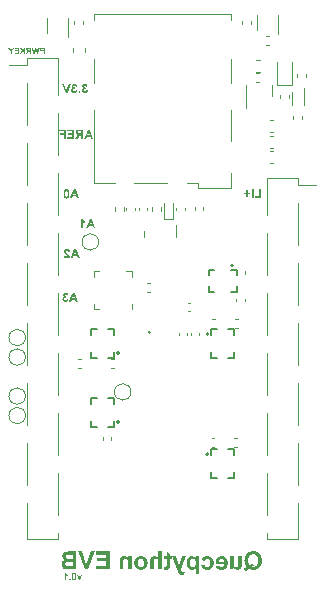
<source format=gbr>
%TF.GenerationSoftware,KiCad,Pcbnew,7.0.9*%
%TF.CreationDate,2024-08-31T12:22:45+08:00*%
%TF.ProjectId,IOT,494f542e-6b69-4636-9164-5f7063625858,rev?*%
%TF.SameCoordinates,Original*%
%TF.FileFunction,Legend,Bot*%
%TF.FilePolarity,Positive*%
%FSLAX46Y46*%
G04 Gerber Fmt 4.6, Leading zero omitted, Abs format (unit mm)*
G04 Created by KiCad (PCBNEW 7.0.9) date 2024-08-31 12:22:45*
%MOMM*%
%LPD*%
G01*
G04 APERTURE LIST*
%ADD10C,0.190500*%
%ADD11C,0.200000*%
%ADD12C,0.127000*%
%ADD13C,0.120000*%
%ADD14C,0.150000*%
%ADD15C,0.100000*%
G04 APERTURE END LIST*
D10*
G36*
X156750000Y-67720460D02*
G01*
X156585662Y-67720460D01*
X156522383Y-67541791D01*
X156215483Y-67541791D01*
X156148482Y-67720460D01*
X155980050Y-67720460D01*
X156102959Y-67410767D01*
X156265361Y-67410767D01*
X156474738Y-67410767D01*
X156371073Y-67136809D01*
X156265361Y-67410767D01*
X156102959Y-67410767D01*
X156287322Y-66946229D01*
X156451102Y-66946229D01*
X156750000Y-67720460D01*
G37*
G36*
X155699734Y-66946537D02*
G01*
X155713094Y-66947459D01*
X155726069Y-66948997D01*
X155738661Y-66951150D01*
X155750869Y-66953917D01*
X155762693Y-66957300D01*
X155774133Y-66961298D01*
X155785189Y-66965911D01*
X155795862Y-66971139D01*
X155806150Y-66976981D01*
X155816055Y-66983439D01*
X155825576Y-66990512D01*
X155834713Y-66998201D01*
X155843466Y-67006504D01*
X155851835Y-67015422D01*
X155859821Y-67024955D01*
X155864458Y-67031053D01*
X155868948Y-67037388D01*
X155873291Y-67043961D01*
X155877487Y-67050772D01*
X155881535Y-67057821D01*
X155885437Y-67065107D01*
X155889191Y-67072632D01*
X155892798Y-67080393D01*
X155896257Y-67088393D01*
X155899570Y-67096630D01*
X155902735Y-67105105D01*
X155905753Y-67113818D01*
X155908624Y-67122769D01*
X155911347Y-67131957D01*
X155913924Y-67141383D01*
X155916353Y-67151047D01*
X155918635Y-67160948D01*
X155920769Y-67171087D01*
X155922757Y-67181464D01*
X155924597Y-67192079D01*
X155926290Y-67202931D01*
X155927836Y-67214021D01*
X155929234Y-67225349D01*
X155930486Y-67236915D01*
X155931590Y-67248718D01*
X155932547Y-67260759D01*
X155933356Y-67273038D01*
X155934019Y-67285554D01*
X155934534Y-67298308D01*
X155934902Y-67311300D01*
X155935123Y-67324530D01*
X155935197Y-67337997D01*
X155935130Y-67351719D01*
X155934929Y-67365176D01*
X155934595Y-67378369D01*
X155934126Y-67391298D01*
X155933524Y-67403963D01*
X155932789Y-67416363D01*
X155931919Y-67428499D01*
X155930916Y-67440371D01*
X155929779Y-67451979D01*
X155928508Y-67463322D01*
X155927104Y-67474401D01*
X155925565Y-67485216D01*
X155923893Y-67495766D01*
X155922087Y-67506052D01*
X155920148Y-67516074D01*
X155918074Y-67525832D01*
X155915867Y-67535325D01*
X155913526Y-67544554D01*
X155911051Y-67553519D01*
X155908443Y-67562220D01*
X155905701Y-67570656D01*
X155902825Y-67578828D01*
X155899815Y-67586736D01*
X155896671Y-67594380D01*
X155893394Y-67601759D01*
X155889983Y-67608874D01*
X155886438Y-67615725D01*
X155882759Y-67622311D01*
X155875001Y-67634691D01*
X155866707Y-67646014D01*
X155857953Y-67656472D01*
X155848860Y-67666254D01*
X155839429Y-67675362D01*
X155829659Y-67683795D01*
X155819550Y-67691554D01*
X155809102Y-67698638D01*
X155798316Y-67705047D01*
X155787190Y-67710782D01*
X155775726Y-67715842D01*
X155763923Y-67720227D01*
X155751781Y-67723937D01*
X155739301Y-67726973D01*
X155726482Y-67729335D01*
X155713324Y-67731021D01*
X155699827Y-67732033D01*
X155685991Y-67732371D01*
X155672270Y-67732063D01*
X155658932Y-67731141D01*
X155645976Y-67729603D01*
X155633403Y-67727450D01*
X155621211Y-67724683D01*
X155609403Y-67721300D01*
X155597976Y-67717302D01*
X155586933Y-67712689D01*
X155576271Y-67707461D01*
X155565992Y-67701618D01*
X155556095Y-67695160D01*
X155546581Y-67688087D01*
X155537449Y-67680399D01*
X155528699Y-67672096D01*
X155520332Y-67663178D01*
X155512348Y-67653645D01*
X155507710Y-67647546D01*
X155503220Y-67641207D01*
X155498877Y-67634629D01*
X155494682Y-67627810D01*
X155490633Y-67620752D01*
X155486732Y-67613453D01*
X155482978Y-67605915D01*
X155479371Y-67598137D01*
X155475911Y-67590119D01*
X155472599Y-67581861D01*
X155469434Y-67573363D01*
X155466416Y-67564625D01*
X155463545Y-67555647D01*
X155460821Y-67546429D01*
X155458245Y-67536972D01*
X155455816Y-67527274D01*
X155453534Y-67517337D01*
X155451399Y-67507159D01*
X155449412Y-67496742D01*
X155447572Y-67486085D01*
X155445879Y-67475188D01*
X155444333Y-67464051D01*
X155442934Y-67452674D01*
X155441683Y-67441057D01*
X155440579Y-67429201D01*
X155439622Y-67417104D01*
X155438812Y-67404767D01*
X155438150Y-67392191D01*
X155437634Y-67379375D01*
X155437266Y-67366318D01*
X155437046Y-67353022D01*
X155436972Y-67339486D01*
X155590701Y-67339486D01*
X155590716Y-67347612D01*
X155590761Y-67355589D01*
X155590835Y-67363417D01*
X155590940Y-67371096D01*
X155591074Y-67378626D01*
X155591432Y-67393239D01*
X155591909Y-67407256D01*
X155592505Y-67420676D01*
X155593220Y-67433500D01*
X155594055Y-67445729D01*
X155595008Y-67457361D01*
X155596082Y-67468397D01*
X155597274Y-67478836D01*
X155598585Y-67488680D01*
X155600016Y-67497928D01*
X155601566Y-67506579D01*
X155603235Y-67514634D01*
X155605963Y-67525599D01*
X155608176Y-67533361D01*
X155610560Y-67540666D01*
X155614003Y-67549692D01*
X155617749Y-67557904D01*
X155621797Y-67565302D01*
X155626147Y-67571886D01*
X155632010Y-67578971D01*
X155638346Y-67584783D01*
X155640997Y-67586789D01*
X155647814Y-67591237D01*
X155654905Y-67594877D01*
X155662267Y-67597708D01*
X155669903Y-67599730D01*
X155677811Y-67600943D01*
X155685991Y-67601347D01*
X155689295Y-67601284D01*
X155697359Y-67600572D01*
X155705140Y-67599070D01*
X155712640Y-67596777D01*
X155719859Y-67593694D01*
X155726795Y-67589820D01*
X155733450Y-67585155D01*
X155737261Y-67581798D01*
X155743337Y-67574931D01*
X155747949Y-67568292D01*
X155752340Y-67560635D01*
X155756511Y-67551960D01*
X155759493Y-67544786D01*
X155762351Y-67537040D01*
X155765085Y-67528721D01*
X155767695Y-67519830D01*
X155770123Y-67509896D01*
X155771609Y-67502472D01*
X155772989Y-67494406D01*
X155774262Y-67485700D01*
X155775430Y-67476352D01*
X155776491Y-67466363D01*
X155777447Y-67455732D01*
X155778296Y-67444461D01*
X155779039Y-67432548D01*
X155779676Y-67419994D01*
X155780206Y-67406799D01*
X155780631Y-67392963D01*
X155780949Y-67378485D01*
X155781069Y-67371006D01*
X155781162Y-67363367D01*
X155781228Y-67355567D01*
X155781268Y-67347607D01*
X155781281Y-67339486D01*
X155781266Y-67331371D01*
X155781221Y-67323403D01*
X155781147Y-67315583D01*
X155781043Y-67307911D01*
X155780745Y-67293009D01*
X155780327Y-67278697D01*
X155779791Y-67264975D01*
X155779135Y-67251844D01*
X155778360Y-67239303D01*
X155777466Y-67227353D01*
X155776452Y-67215993D01*
X155775320Y-67205223D01*
X155774068Y-67195043D01*
X155772697Y-67185454D01*
X155771206Y-67176455D01*
X155769597Y-67168047D01*
X155767868Y-67160229D01*
X155766020Y-67153001D01*
X155763806Y-67145239D01*
X155761422Y-67137934D01*
X155757979Y-67128908D01*
X155754234Y-67120696D01*
X155750186Y-67113298D01*
X155745835Y-67106714D01*
X155739972Y-67099629D01*
X155733636Y-67093817D01*
X155730985Y-67091811D01*
X155724168Y-67087363D01*
X155717078Y-67083723D01*
X155709715Y-67080892D01*
X155702080Y-67078870D01*
X155694172Y-67077657D01*
X155685991Y-67077253D01*
X155682688Y-67077318D01*
X155674632Y-67078045D01*
X155666868Y-67079582D01*
X155659394Y-67081928D01*
X155652212Y-67085082D01*
X155645320Y-67089045D01*
X155638718Y-67093817D01*
X155633621Y-67098467D01*
X155628750Y-67104135D01*
X155624106Y-67110820D01*
X155619688Y-67118523D01*
X155615498Y-67127245D01*
X155612504Y-67134453D01*
X155609638Y-67142235D01*
X155606899Y-67150588D01*
X155604288Y-67159515D01*
X155601860Y-67169414D01*
X155600374Y-67176815D01*
X155598994Y-67184857D01*
X155597720Y-67193540D01*
X155596552Y-67202865D01*
X155595491Y-67212831D01*
X155594536Y-67223438D01*
X155593687Y-67234686D01*
X155592944Y-67246575D01*
X155592307Y-67259106D01*
X155591776Y-67272278D01*
X155591351Y-67286091D01*
X155591033Y-67300545D01*
X155590914Y-67308013D01*
X155590821Y-67315641D01*
X155590754Y-67323429D01*
X155590715Y-67331377D01*
X155590701Y-67339486D01*
X155436972Y-67339486D01*
X155437045Y-67325928D01*
X155437264Y-67312613D01*
X155437630Y-67299541D01*
X155438141Y-67286711D01*
X155438799Y-67274125D01*
X155439602Y-67261781D01*
X155440552Y-67249680D01*
X155441648Y-67237822D01*
X155442890Y-67226206D01*
X155444278Y-67214834D01*
X155445813Y-67203704D01*
X155447493Y-67192817D01*
X155449320Y-67182173D01*
X155451292Y-67171772D01*
X155453411Y-67161614D01*
X155455676Y-67151698D01*
X155458087Y-67142025D01*
X155460645Y-67132595D01*
X155463348Y-67123408D01*
X155466198Y-67114464D01*
X155469193Y-67105762D01*
X155472335Y-67097304D01*
X155475623Y-67089088D01*
X155479057Y-67081115D01*
X155482637Y-67073384D01*
X155486363Y-67065897D01*
X155490236Y-67058652D01*
X155494254Y-67051651D01*
X155498419Y-67044892D01*
X155502729Y-67038376D01*
X155507186Y-67032102D01*
X155511789Y-67026072D01*
X155519842Y-67016403D01*
X155528272Y-67007359D01*
X155537080Y-66998938D01*
X155546267Y-66991141D01*
X155555831Y-66983967D01*
X155565774Y-66977418D01*
X155576094Y-66971492D01*
X155586793Y-66966190D01*
X155597870Y-66961512D01*
X155609324Y-66957457D01*
X155621157Y-66954026D01*
X155633368Y-66951219D01*
X155645957Y-66949036D01*
X155658923Y-66947477D01*
X155672268Y-66946541D01*
X155685991Y-66946229D01*
X155699734Y-66946537D01*
G37*
G36*
X158140400Y-70228460D02*
G01*
X157976062Y-70228460D01*
X157912783Y-70049791D01*
X157605883Y-70049791D01*
X157538882Y-70228460D01*
X157370450Y-70228460D01*
X157493359Y-69918767D01*
X157655761Y-69918767D01*
X157865138Y-69918767D01*
X157761473Y-69644809D01*
X157655761Y-69918767D01*
X157493359Y-69918767D01*
X157677722Y-69454229D01*
X157841502Y-69454229D01*
X158140400Y-70228460D01*
G37*
G36*
X156948718Y-70228460D02*
G01*
X157095747Y-70228460D01*
X157095747Y-69668259D01*
X157105933Y-69678192D01*
X157116344Y-69687795D01*
X157126981Y-69697070D01*
X157137843Y-69706017D01*
X157148931Y-69714635D01*
X157160244Y-69722924D01*
X157171782Y-69730885D01*
X157183546Y-69738517D01*
X157195535Y-69745820D01*
X157207749Y-69752795D01*
X157220189Y-69759442D01*
X157232854Y-69765759D01*
X157245745Y-69771748D01*
X157258861Y-69777409D01*
X157272202Y-69782741D01*
X157285768Y-69787744D01*
X157285768Y-69644809D01*
X157278541Y-69642376D01*
X157271234Y-69639685D01*
X157263849Y-69636735D01*
X157256386Y-69633526D01*
X157248844Y-69630058D01*
X157241223Y-69626331D01*
X157233524Y-69622346D01*
X157225747Y-69618102D01*
X157217891Y-69613599D01*
X157209956Y-69608837D01*
X157201943Y-69603816D01*
X157193852Y-69598537D01*
X157185682Y-69592998D01*
X157177433Y-69587201D01*
X157169106Y-69581145D01*
X157160700Y-69574830D01*
X157152421Y-69568296D01*
X157144474Y-69561628D01*
X157136858Y-69554826D01*
X157129573Y-69547891D01*
X157122620Y-69540821D01*
X157115998Y-69533618D01*
X157109708Y-69526281D01*
X157103750Y-69518810D01*
X157098123Y-69511206D01*
X157092827Y-69503468D01*
X157087863Y-69495596D01*
X157083231Y-69487590D01*
X157078930Y-69479450D01*
X157074960Y-69471177D01*
X157071323Y-69462770D01*
X157068016Y-69454229D01*
X156948718Y-69454229D01*
X156948718Y-70228460D01*
G37*
G36*
X172167738Y-67670460D02*
G01*
X172167738Y-66896229D01*
X172012891Y-66896229D01*
X172012891Y-67539436D01*
X171627637Y-67539436D01*
X171627637Y-67670460D01*
X172167738Y-67670460D01*
G37*
G36*
X171525275Y-67670460D02*
G01*
X171525275Y-66896229D01*
X171370429Y-66896229D01*
X171370429Y-67670460D01*
X171525275Y-67670460D01*
G37*
G36*
X171056829Y-67563258D02*
G01*
X171056829Y-67360767D01*
X171257831Y-67360767D01*
X171257831Y-67229744D01*
X171056829Y-67229744D01*
X171056829Y-67027253D01*
X170922827Y-67027253D01*
X170922827Y-67229744D01*
X170721267Y-67229744D01*
X170721267Y-67360767D01*
X170922827Y-67360767D01*
X170922827Y-67563258D01*
X171056829Y-67563258D01*
G37*
D11*
G36*
X171508147Y-97587879D02*
G01*
X171528936Y-97588485D01*
X171549449Y-97589496D01*
X171569685Y-97590911D01*
X171589646Y-97592730D01*
X171609330Y-97594954D01*
X171628738Y-97597582D01*
X171647870Y-97600614D01*
X171666725Y-97604051D01*
X171685305Y-97607891D01*
X171703608Y-97612136D01*
X171721635Y-97616786D01*
X171739386Y-97621839D01*
X171756860Y-97627297D01*
X171774059Y-97633159D01*
X171790981Y-97639426D01*
X171807627Y-97646097D01*
X171823997Y-97653172D01*
X171840090Y-97660651D01*
X171855907Y-97668535D01*
X171871449Y-97676822D01*
X171886714Y-97685515D01*
X171901702Y-97694611D01*
X171916415Y-97704112D01*
X171930851Y-97714017D01*
X171945011Y-97724326D01*
X171958895Y-97735040D01*
X171972503Y-97746158D01*
X171985834Y-97757680D01*
X171998890Y-97769607D01*
X172011669Y-97781938D01*
X172024172Y-97794673D01*
X172036343Y-97807748D01*
X172048129Y-97821147D01*
X172059527Y-97834868D01*
X172070540Y-97848912D01*
X172081166Y-97863278D01*
X172091405Y-97877968D01*
X172101258Y-97892980D01*
X172110725Y-97908314D01*
X172119806Y-97923972D01*
X172128500Y-97939952D01*
X172136807Y-97956255D01*
X172144728Y-97972880D01*
X172152263Y-97989829D01*
X172159412Y-98007100D01*
X172166174Y-98024693D01*
X172172549Y-98042610D01*
X172178538Y-98060849D01*
X172184141Y-98079411D01*
X172189358Y-98098295D01*
X172194188Y-98117503D01*
X172198631Y-98137033D01*
X172202688Y-98156885D01*
X172206359Y-98177061D01*
X172209644Y-98197559D01*
X172212542Y-98218380D01*
X172215053Y-98239523D01*
X172217178Y-98260990D01*
X172218917Y-98282779D01*
X172220270Y-98304890D01*
X172221236Y-98327325D01*
X172221815Y-98350082D01*
X172222008Y-98373162D01*
X172221816Y-98396309D01*
X172221238Y-98419131D01*
X172220276Y-98441626D01*
X172218929Y-98463797D01*
X172217196Y-98485642D01*
X172215079Y-98507161D01*
X172212577Y-98528355D01*
X172209689Y-98549223D01*
X172206417Y-98569765D01*
X172202760Y-98589982D01*
X172198718Y-98609874D01*
X172194291Y-98629439D01*
X172189479Y-98648680D01*
X172184281Y-98667594D01*
X172178699Y-98686183D01*
X172172732Y-98704447D01*
X172166380Y-98722385D01*
X172159644Y-98739997D01*
X172152522Y-98757284D01*
X172145015Y-98774245D01*
X172137123Y-98790880D01*
X172128846Y-98807190D01*
X172120184Y-98823175D01*
X172111137Y-98838834D01*
X172101706Y-98854167D01*
X172091889Y-98869175D01*
X172081687Y-98883857D01*
X172071101Y-98898213D01*
X172060129Y-98912244D01*
X172048773Y-98925950D01*
X172037031Y-98939329D01*
X172024904Y-98952384D01*
X172012415Y-98965074D01*
X171999631Y-98977361D01*
X171986552Y-98989245D01*
X171973178Y-99000727D01*
X171959510Y-99011805D01*
X171945547Y-99022481D01*
X171931288Y-99032754D01*
X171916735Y-99042624D01*
X171901888Y-99052091D01*
X171886745Y-99061155D01*
X171871308Y-99069817D01*
X171855575Y-99078075D01*
X171839548Y-99085931D01*
X171823227Y-99093384D01*
X171806610Y-99100434D01*
X171789699Y-99107081D01*
X171772492Y-99113325D01*
X171754991Y-99119167D01*
X171737195Y-99124605D01*
X171719105Y-99129641D01*
X171700719Y-99134274D01*
X171682039Y-99138504D01*
X171663064Y-99142331D01*
X171643794Y-99145755D01*
X171624229Y-99148777D01*
X171604370Y-99151395D01*
X171584215Y-99153611D01*
X171563766Y-99155424D01*
X171543022Y-99156834D01*
X171521984Y-99157841D01*
X171500650Y-99158445D01*
X171479022Y-99158647D01*
X171456615Y-99158394D01*
X171434457Y-99157634D01*
X171412548Y-99156367D01*
X171390888Y-99154594D01*
X171369477Y-99152314D01*
X171348316Y-99149528D01*
X171327403Y-99146235D01*
X171306739Y-99142435D01*
X171286324Y-99138129D01*
X171266158Y-99133316D01*
X171246242Y-99127997D01*
X171226574Y-99122171D01*
X171207155Y-99115838D01*
X171187985Y-99108999D01*
X171169065Y-99101653D01*
X171150393Y-99093800D01*
X171138771Y-99101335D01*
X171116549Y-99115730D01*
X171095689Y-99129222D01*
X171076191Y-99141813D01*
X171058056Y-99153502D01*
X171041284Y-99164290D01*
X171025873Y-99174176D01*
X171011826Y-99183161D01*
X170993309Y-99194947D01*
X170977857Y-99204705D01*
X170962023Y-99214559D01*
X170947427Y-99223127D01*
X170930889Y-99231324D01*
X170914248Y-99239064D01*
X170897504Y-99246345D01*
X170880657Y-99253169D01*
X170863707Y-99259534D01*
X170846654Y-99265442D01*
X170829498Y-99270892D01*
X170812239Y-99275883D01*
X170700131Y-99064858D01*
X170716540Y-99058775D01*
X170732795Y-99052436D01*
X170748895Y-99045838D01*
X170764840Y-99038983D01*
X170780631Y-99031870D01*
X170796268Y-99024500D01*
X170811749Y-99016872D01*
X170827076Y-99008987D01*
X170842249Y-99000844D01*
X170857267Y-98992443D01*
X170872131Y-98983785D01*
X170886840Y-98974869D01*
X170901394Y-98965696D01*
X170915794Y-98956265D01*
X170930039Y-98946576D01*
X170944130Y-98936630D01*
X170933010Y-98923319D01*
X170922274Y-98909948D01*
X170911921Y-98896517D01*
X170901952Y-98883026D01*
X170892367Y-98869475D01*
X170883165Y-98855864D01*
X170874346Y-98842193D01*
X170865911Y-98828461D01*
X170857860Y-98814669D01*
X170850192Y-98800818D01*
X170842907Y-98786906D01*
X170836007Y-98772934D01*
X170829489Y-98758902D01*
X170823356Y-98744810D01*
X170817605Y-98730657D01*
X170812239Y-98716445D01*
X170805628Y-98697666D01*
X170799445Y-98678515D01*
X170793687Y-98658992D01*
X170788356Y-98639096D01*
X170783452Y-98618829D01*
X170778974Y-98598190D01*
X170774923Y-98577178D01*
X170771298Y-98555794D01*
X170768099Y-98534039D01*
X170765327Y-98511911D01*
X170762981Y-98489411D01*
X170761062Y-98466539D01*
X170759570Y-98443295D01*
X170758503Y-98419679D01*
X170757864Y-98395690D01*
X170757663Y-98372795D01*
X171071991Y-98372795D01*
X171072020Y-98380781D01*
X171072249Y-98396584D01*
X171072707Y-98412160D01*
X171073393Y-98427510D01*
X171074309Y-98442634D01*
X171075454Y-98457532D01*
X171077601Y-98479455D01*
X171080263Y-98500869D01*
X171083440Y-98521774D01*
X171087132Y-98542171D01*
X171091340Y-98562058D01*
X171096062Y-98581437D01*
X171101300Y-98600308D01*
X171105080Y-98612559D01*
X171111184Y-98630513D01*
X171117809Y-98647958D01*
X171124957Y-98664894D01*
X171132626Y-98681321D01*
X171140816Y-98697240D01*
X171149529Y-98712650D01*
X171158762Y-98727551D01*
X171168518Y-98741943D01*
X171178795Y-98755827D01*
X171189594Y-98769202D01*
X171206773Y-98756895D01*
X171224055Y-98744981D01*
X171241440Y-98733460D01*
X171258928Y-98722330D01*
X171276520Y-98711592D01*
X171294214Y-98701247D01*
X171312011Y-98691293D01*
X171329911Y-98681732D01*
X171347915Y-98672563D01*
X171366021Y-98663786D01*
X171384231Y-98655401D01*
X171402543Y-98647408D01*
X171420959Y-98639808D01*
X171439477Y-98632599D01*
X171458099Y-98625783D01*
X171476824Y-98619359D01*
X171562553Y-98806937D01*
X171550567Y-98810270D01*
X171532637Y-98815576D01*
X171514765Y-98821248D01*
X171496951Y-98827288D01*
X171479195Y-98833695D01*
X171461497Y-98840468D01*
X171443856Y-98847609D01*
X171426274Y-98855117D01*
X171408750Y-98862992D01*
X171391284Y-98871234D01*
X171373875Y-98879844D01*
X171388644Y-98884738D01*
X171403642Y-98888980D01*
X171418869Y-98892569D01*
X171434325Y-98895506D01*
X171450010Y-98897790D01*
X171465924Y-98899421D01*
X171482067Y-98900400D01*
X171498439Y-98900726D01*
X171520365Y-98900210D01*
X171541813Y-98898660D01*
X171562783Y-98896077D01*
X171583275Y-98892460D01*
X171603289Y-98887811D01*
X171622825Y-98882128D01*
X171641883Y-98875411D01*
X171660464Y-98867662D01*
X171678566Y-98858879D01*
X171696190Y-98849063D01*
X171713336Y-98838214D01*
X171730004Y-98826332D01*
X171746194Y-98813416D01*
X171761906Y-98799467D01*
X171777141Y-98784484D01*
X171791897Y-98768469D01*
X171805916Y-98751411D01*
X171819031Y-98733304D01*
X171831241Y-98714145D01*
X171842547Y-98693937D01*
X171852948Y-98672677D01*
X171862445Y-98650368D01*
X171871037Y-98627008D01*
X171878725Y-98602597D01*
X171885509Y-98577137D01*
X171891388Y-98550625D01*
X171896362Y-98523063D01*
X171900432Y-98494451D01*
X171902128Y-98479751D01*
X171903598Y-98464789D01*
X171904841Y-98449563D01*
X171905859Y-98434076D01*
X171906650Y-98418325D01*
X171907216Y-98402312D01*
X171907555Y-98386036D01*
X171907668Y-98369498D01*
X171907555Y-98353232D01*
X171907216Y-98337222D01*
X171906650Y-98321470D01*
X171905859Y-98305974D01*
X171904841Y-98290735D01*
X171903598Y-98275753D01*
X171900432Y-98246560D01*
X171896362Y-98218394D01*
X171891388Y-98191256D01*
X171885509Y-98165146D01*
X171878725Y-98140063D01*
X171871037Y-98116007D01*
X171862445Y-98092979D01*
X171852948Y-98070979D01*
X171842547Y-98050006D01*
X171831241Y-98030060D01*
X171819031Y-98011142D01*
X171805916Y-97993252D01*
X171791897Y-97976389D01*
X171777105Y-97960551D01*
X171761763Y-97945735D01*
X171745872Y-97931940D01*
X171729432Y-97919168D01*
X171712442Y-97907417D01*
X171694902Y-97896688D01*
X171676813Y-97886981D01*
X171658174Y-97878295D01*
X171638985Y-97870632D01*
X171619248Y-97863990D01*
X171598960Y-97858370D01*
X171578123Y-97853772D01*
X171556737Y-97850195D01*
X171534801Y-97847641D01*
X171512315Y-97846108D01*
X171489280Y-97845597D01*
X171466248Y-97846110D01*
X171443771Y-97847647D01*
X171421849Y-97850208D01*
X171400482Y-97853795D01*
X171379671Y-97858406D01*
X171359415Y-97864041D01*
X171339715Y-97870702D01*
X171320569Y-97878387D01*
X171301979Y-97887097D01*
X171283944Y-97896831D01*
X171266465Y-97907590D01*
X171249540Y-97919374D01*
X171233171Y-97932182D01*
X171217357Y-97946015D01*
X171202099Y-97960873D01*
X171187396Y-97976756D01*
X171173421Y-97993630D01*
X171160348Y-98011555D01*
X171148176Y-98030530D01*
X171136906Y-98050555D01*
X171126538Y-98071631D01*
X171117071Y-98093758D01*
X171108506Y-98116934D01*
X171100842Y-98141162D01*
X171094080Y-98166439D01*
X171088220Y-98192767D01*
X171083261Y-98220146D01*
X171079204Y-98248575D01*
X171077513Y-98263183D01*
X171076048Y-98278055D01*
X171074808Y-98293188D01*
X171073794Y-98308584D01*
X171073005Y-98324243D01*
X171072442Y-98340165D01*
X171072104Y-98356349D01*
X171071991Y-98372795D01*
X170757663Y-98372795D01*
X170757650Y-98371330D01*
X170757843Y-98348296D01*
X170758419Y-98325583D01*
X170759380Y-98303193D01*
X170760724Y-98281124D01*
X170762454Y-98259378D01*
X170764567Y-98237953D01*
X170767065Y-98216851D01*
X170769947Y-98196070D01*
X170773213Y-98175612D01*
X170776863Y-98155476D01*
X170780898Y-98135661D01*
X170785317Y-98116169D01*
X170790120Y-98096998D01*
X170795307Y-98078150D01*
X170800879Y-98059623D01*
X170806835Y-98041419D01*
X170813175Y-98023537D01*
X170819899Y-98005976D01*
X170827008Y-97988738D01*
X170834501Y-97971821D01*
X170842378Y-97955227D01*
X170850640Y-97938954D01*
X170859285Y-97923004D01*
X170868315Y-97907375D01*
X170877730Y-97892069D01*
X170887528Y-97877085D01*
X170897711Y-97862422D01*
X170908278Y-97848082D01*
X170919229Y-97834063D01*
X170930564Y-97820367D01*
X170942284Y-97806992D01*
X170954388Y-97793940D01*
X170966820Y-97781250D01*
X170979524Y-97768963D01*
X170992500Y-97757078D01*
X171005748Y-97745597D01*
X171019267Y-97734518D01*
X171033059Y-97723843D01*
X171047123Y-97713570D01*
X171061458Y-97703700D01*
X171076065Y-97694233D01*
X171090945Y-97685168D01*
X171106096Y-97676507D01*
X171121519Y-97668248D01*
X171137214Y-97660393D01*
X171153181Y-97652940D01*
X171169420Y-97645890D01*
X171185930Y-97639243D01*
X171202713Y-97632998D01*
X171219767Y-97627157D01*
X171237094Y-97621718D01*
X171254692Y-97616683D01*
X171272563Y-97612050D01*
X171290705Y-97607820D01*
X171309119Y-97603993D01*
X171327805Y-97600568D01*
X171346763Y-97597547D01*
X171365993Y-97594928D01*
X171385494Y-97592713D01*
X171405268Y-97590900D01*
X171425314Y-97589490D01*
X171445631Y-97588483D01*
X171466220Y-97587878D01*
X171487082Y-97587677D01*
X171508147Y-97587879D01*
G37*
G36*
X169809500Y-99135200D02*
G01*
X169809500Y-98971435D01*
X169821028Y-98987521D01*
X169833220Y-99002943D01*
X169846076Y-99017703D01*
X169859594Y-99031799D01*
X169873776Y-99045232D01*
X169888622Y-99058001D01*
X169904130Y-99070107D01*
X169920302Y-99081550D01*
X169937137Y-99092330D01*
X169954636Y-99102446D01*
X169966670Y-99108821D01*
X169984974Y-99117726D01*
X170003477Y-99125754D01*
X170022180Y-99132907D01*
X170041082Y-99139184D01*
X170060184Y-99144585D01*
X170079486Y-99149110D01*
X170098987Y-99152759D01*
X170118688Y-99155533D01*
X170138589Y-99157430D01*
X170158689Y-99158452D01*
X170172200Y-99158647D01*
X170192612Y-99158219D01*
X170212631Y-99156934D01*
X170232257Y-99154792D01*
X170251490Y-99151795D01*
X170270330Y-99147940D01*
X170288777Y-99143229D01*
X170306832Y-99137662D01*
X170324493Y-99131238D01*
X170341762Y-99123958D01*
X170358638Y-99115821D01*
X170369671Y-99109920D01*
X170385663Y-99100440D01*
X170400806Y-99090270D01*
X170415098Y-99079411D01*
X170428541Y-99067863D01*
X170441133Y-99055626D01*
X170452875Y-99042700D01*
X170463768Y-99029084D01*
X170473810Y-99014780D01*
X170483002Y-98999787D01*
X170491344Y-98984104D01*
X170496433Y-98973266D01*
X170503438Y-98956122D01*
X170509755Y-98937799D01*
X170515382Y-98918298D01*
X170520321Y-98897618D01*
X170523230Y-98883177D01*
X170525833Y-98868212D01*
X170528130Y-98852723D01*
X170530121Y-98836710D01*
X170531805Y-98820173D01*
X170533184Y-98803113D01*
X170534256Y-98785529D01*
X170535021Y-98767421D01*
X170535481Y-98748790D01*
X170535634Y-98729634D01*
X170535634Y-98033176D01*
X170246206Y-98033176D01*
X170246206Y-98544987D01*
X170246144Y-98573632D01*
X170245960Y-98600857D01*
X170245652Y-98626663D01*
X170245221Y-98651049D01*
X170244667Y-98674016D01*
X170243991Y-98695562D01*
X170243191Y-98715690D01*
X170242268Y-98734397D01*
X170241221Y-98751685D01*
X170240052Y-98767553D01*
X170238068Y-98788693D01*
X170235806Y-98806639D01*
X170233268Y-98821391D01*
X170230452Y-98832949D01*
X170224780Y-98848908D01*
X170217837Y-98863811D01*
X170209624Y-98877659D01*
X170200141Y-98890451D01*
X170189388Y-98902188D01*
X170177365Y-98912869D01*
X170172200Y-98916846D01*
X170158374Y-98925712D01*
X170143456Y-98933075D01*
X170127448Y-98938936D01*
X170110348Y-98943293D01*
X170095882Y-98945698D01*
X170080718Y-98947140D01*
X170064856Y-98947621D01*
X170046595Y-98946974D01*
X170028815Y-98945034D01*
X170011515Y-98941799D01*
X169994697Y-98937271D01*
X169978359Y-98931449D01*
X169962503Y-98924334D01*
X169947127Y-98915925D01*
X169932232Y-98906222D01*
X169918069Y-98895563D01*
X169905075Y-98884286D01*
X169893248Y-98872390D01*
X169882589Y-98859877D01*
X169873098Y-98846745D01*
X169864775Y-98832995D01*
X169857619Y-98818626D01*
X169851632Y-98803640D01*
X169846565Y-98785476D01*
X169843209Y-98768209D01*
X169840233Y-98747819D01*
X169838460Y-98732491D01*
X169836855Y-98715774D01*
X169835420Y-98697669D01*
X169834153Y-98678176D01*
X169833056Y-98657294D01*
X169832127Y-98635025D01*
X169831367Y-98611367D01*
X169830776Y-98586321D01*
X169830354Y-98559887D01*
X169830101Y-98532065D01*
X169830016Y-98502855D01*
X169830016Y-98033176D01*
X169540588Y-98033176D01*
X169540588Y-99135200D01*
X169809500Y-99135200D01*
G37*
G36*
X168856749Y-98010334D02*
G01*
X168883068Y-98012150D01*
X168908796Y-98015177D01*
X168933935Y-98019414D01*
X168958484Y-98024862D01*
X168982444Y-98031521D01*
X169005814Y-98039391D01*
X169028594Y-98048471D01*
X169050785Y-98058763D01*
X169072386Y-98070264D01*
X169093398Y-98082977D01*
X169113820Y-98096900D01*
X169133652Y-98112034D01*
X169152895Y-98128379D01*
X169171548Y-98145934D01*
X169189611Y-98164701D01*
X169206825Y-98184490D01*
X169222928Y-98205207D01*
X169237920Y-98226851D01*
X169251802Y-98249422D01*
X169264573Y-98272921D01*
X169276234Y-98297347D01*
X169286784Y-98322701D01*
X169296223Y-98348982D01*
X169304552Y-98376190D01*
X169311771Y-98404326D01*
X169314964Y-98418741D01*
X169317879Y-98433389D01*
X169320516Y-98448268D01*
X169322876Y-98463379D01*
X169324959Y-98478722D01*
X169326763Y-98494297D01*
X169328290Y-98510103D01*
X169329540Y-98526142D01*
X169330511Y-98542412D01*
X169331205Y-98558914D01*
X169331622Y-98575648D01*
X169331761Y-98592614D01*
X169331339Y-98620884D01*
X169330072Y-98648542D01*
X169327961Y-98675587D01*
X169325006Y-98702020D01*
X169321206Y-98727840D01*
X169316562Y-98753047D01*
X169311074Y-98777642D01*
X169304741Y-98801625D01*
X169297564Y-98824995D01*
X169289543Y-98847752D01*
X169280677Y-98869897D01*
X169270967Y-98891430D01*
X169260413Y-98912350D01*
X169249014Y-98932657D01*
X169236771Y-98952352D01*
X169223683Y-98971435D01*
X169205975Y-98994105D01*
X169187104Y-99015313D01*
X169167071Y-99035058D01*
X169145877Y-99053340D01*
X169123520Y-99070160D01*
X169100001Y-99085517D01*
X169075320Y-99099412D01*
X169049477Y-99111844D01*
X169022472Y-99122813D01*
X169008534Y-99127749D01*
X168994305Y-99132320D01*
X168979786Y-99136525D01*
X168964976Y-99140364D01*
X168949875Y-99143838D01*
X168934484Y-99146946D01*
X168918803Y-99149688D01*
X168902831Y-99152065D01*
X168886569Y-99154076D01*
X168870016Y-99155722D01*
X168853172Y-99157001D01*
X168836038Y-99157916D01*
X168818614Y-99158464D01*
X168800899Y-99158647D01*
X168778604Y-99158343D01*
X168756781Y-99157433D01*
X168735430Y-99155916D01*
X168714551Y-99153792D01*
X168694145Y-99151062D01*
X168674211Y-99147725D01*
X168654750Y-99143780D01*
X168635760Y-99139230D01*
X168617243Y-99134072D01*
X168599198Y-99128307D01*
X168581626Y-99121936D01*
X168564525Y-99114958D01*
X168547897Y-99107373D01*
X168531741Y-99099181D01*
X168516058Y-99090383D01*
X168500847Y-99080978D01*
X168486077Y-99070946D01*
X168471812Y-99060358D01*
X168458051Y-99049216D01*
X168444793Y-99037518D01*
X168432039Y-99025264D01*
X168419788Y-99012456D01*
X168408042Y-98999092D01*
X168396799Y-98985173D01*
X168386060Y-98970699D01*
X168375825Y-98955670D01*
X168366093Y-98940085D01*
X168356865Y-98923945D01*
X168348141Y-98907249D01*
X168339921Y-98889999D01*
X168332204Y-98872193D01*
X168324992Y-98853832D01*
X168613687Y-98806937D01*
X168618351Y-98820456D01*
X168625192Y-98837369D01*
X168632743Y-98853011D01*
X168641003Y-98867382D01*
X168649973Y-98880482D01*
X168659653Y-98892312D01*
X168670043Y-98902871D01*
X168684029Y-98914282D01*
X168689883Y-98918319D01*
X168705259Y-98927272D01*
X168721690Y-98934598D01*
X168735594Y-98939286D01*
X168750175Y-98942933D01*
X168765430Y-98945537D01*
X168781361Y-98947100D01*
X168797968Y-98947621D01*
X168810341Y-98947332D01*
X168828418Y-98945814D01*
X168845916Y-98942996D01*
X168862834Y-98938876D01*
X168879172Y-98933456D01*
X168894931Y-98926735D01*
X168910110Y-98918713D01*
X168924709Y-98909390D01*
X168938729Y-98898766D01*
X168952169Y-98886841D01*
X168965030Y-98873615D01*
X168969158Y-98868932D01*
X168980789Y-98854187D01*
X168991294Y-98838398D01*
X169000672Y-98821566D01*
X169008923Y-98803691D01*
X169016046Y-98784772D01*
X169022043Y-98764810D01*
X169026913Y-98743805D01*
X169029533Y-98729222D01*
X169031653Y-98714175D01*
X169033271Y-98698665D01*
X169034389Y-98682691D01*
X169035006Y-98666253D01*
X168309604Y-98666253D01*
X168309359Y-98645584D01*
X168309403Y-98625250D01*
X168309734Y-98605253D01*
X168310354Y-98585590D01*
X168311263Y-98566263D01*
X168312459Y-98547272D01*
X168313945Y-98528617D01*
X168315718Y-98510297D01*
X168317780Y-98492312D01*
X168319596Y-98478675D01*
X168597200Y-98478675D01*
X169029877Y-98478675D01*
X169029768Y-98463984D01*
X169028682Y-98442673D01*
X169026488Y-98422232D01*
X169023186Y-98402660D01*
X169018777Y-98383957D01*
X169013260Y-98366123D01*
X169006635Y-98349159D01*
X168998903Y-98333065D01*
X168990063Y-98317839D01*
X168980115Y-98303484D01*
X168969060Y-98289997D01*
X168961193Y-98281612D01*
X168948915Y-98270049D01*
X168936064Y-98259703D01*
X168922640Y-98250575D01*
X168908643Y-98242663D01*
X168894072Y-98235969D01*
X168878929Y-98230492D01*
X168863212Y-98226231D01*
X168846922Y-98223189D01*
X168830059Y-98221363D01*
X168812623Y-98220754D01*
X168801644Y-98221012D01*
X168785569Y-98222364D01*
X168769964Y-98224876D01*
X168754829Y-98228547D01*
X168740164Y-98233377D01*
X168725969Y-98239366D01*
X168712244Y-98246514D01*
X168698990Y-98254822D01*
X168686205Y-98264289D01*
X168673891Y-98274915D01*
X168662047Y-98286700D01*
X168654538Y-98295135D01*
X168644138Y-98308678D01*
X168634776Y-98323290D01*
X168626450Y-98338972D01*
X168619161Y-98355722D01*
X168612909Y-98373542D01*
X168607693Y-98392430D01*
X168603515Y-98412388D01*
X168600373Y-98433414D01*
X168598855Y-98448026D01*
X168597797Y-98463113D01*
X168597200Y-98478675D01*
X168319596Y-98478675D01*
X168320130Y-98474663D01*
X168322769Y-98457350D01*
X168325696Y-98440372D01*
X168328911Y-98423730D01*
X168332415Y-98407424D01*
X168336207Y-98391453D01*
X168340287Y-98375818D01*
X168344656Y-98360518D01*
X168349313Y-98345554D01*
X168354259Y-98330926D01*
X168359493Y-98316633D01*
X168365015Y-98302676D01*
X168370826Y-98289054D01*
X168383312Y-98262817D01*
X168396952Y-98237923D01*
X168411746Y-98214372D01*
X168427692Y-98192162D01*
X168444793Y-98171295D01*
X168453709Y-98161355D01*
X168472145Y-98142421D01*
X168491384Y-98124750D01*
X168511429Y-98108341D01*
X168532277Y-98093194D01*
X168553930Y-98079309D01*
X168576387Y-98066687D01*
X168599648Y-98055327D01*
X168623713Y-98045229D01*
X168648583Y-98036393D01*
X168674257Y-98028820D01*
X168700736Y-98022509D01*
X168728018Y-98017460D01*
X168756105Y-98013673D01*
X168784997Y-98011148D01*
X168799744Y-98010360D01*
X168814692Y-98009886D01*
X168829842Y-98009728D01*
X168856749Y-98010334D01*
G37*
G36*
X167125149Y-98337991D02*
G01*
X167410546Y-98384885D01*
X167413551Y-98369924D01*
X167417205Y-98355678D01*
X167423090Y-98337795D01*
X167430131Y-98321182D01*
X167438329Y-98305841D01*
X167447682Y-98291770D01*
X167458192Y-98278970D01*
X167469859Y-98267441D01*
X167476126Y-98262153D01*
X167489332Y-98252451D01*
X167503489Y-98244041D01*
X167518595Y-98236926D01*
X167534652Y-98231104D01*
X167551660Y-98226576D01*
X167569617Y-98223342D01*
X167588525Y-98221401D01*
X167603330Y-98220795D01*
X167608383Y-98220754D01*
X167628265Y-98221456D01*
X167647379Y-98223562D01*
X167665728Y-98227072D01*
X167683310Y-98231986D01*
X167700126Y-98238303D01*
X167716176Y-98246025D01*
X167731459Y-98255150D01*
X167745976Y-98265680D01*
X167759726Y-98277613D01*
X167772710Y-98290950D01*
X167780941Y-98300622D01*
X167792464Y-98316540D01*
X167802854Y-98334346D01*
X167812110Y-98354038D01*
X167817652Y-98368215D01*
X167822689Y-98383230D01*
X167827223Y-98399084D01*
X167831253Y-98415776D01*
X167834779Y-98433307D01*
X167837802Y-98451677D01*
X167840320Y-98470886D01*
X167842335Y-98490933D01*
X167843847Y-98511818D01*
X167844854Y-98533542D01*
X167845358Y-98556105D01*
X167845421Y-98567701D01*
X167845166Y-98593237D01*
X167844402Y-98617819D01*
X167843128Y-98641448D01*
X167841345Y-98664124D01*
X167839052Y-98685847D01*
X167836250Y-98706616D01*
X167832939Y-98726433D01*
X167829118Y-98745296D01*
X167824787Y-98763207D01*
X167819947Y-98780164D01*
X167814598Y-98796168D01*
X167808739Y-98811219D01*
X167802370Y-98825317D01*
X167795492Y-98838462D01*
X167784220Y-98856392D01*
X167780208Y-98861892D01*
X167767519Y-98877213D01*
X167754044Y-98891026D01*
X167739784Y-98903333D01*
X167724738Y-98914133D01*
X167708907Y-98923426D01*
X167692289Y-98931212D01*
X167674886Y-98937491D01*
X167656697Y-98942263D01*
X167637723Y-98945528D01*
X167617963Y-98947286D01*
X167604353Y-98947621D01*
X167589161Y-98947206D01*
X167574497Y-98945959D01*
X167555767Y-98943006D01*
X167537975Y-98938575D01*
X167521123Y-98932667D01*
X167505209Y-98925283D01*
X167490234Y-98916421D01*
X167476197Y-98906083D01*
X167469531Y-98900360D01*
X167456829Y-98887383D01*
X167445099Y-98872264D01*
X167436941Y-98859521D01*
X167429330Y-98845573D01*
X167422266Y-98830421D01*
X167415750Y-98814064D01*
X167409781Y-98796503D01*
X167404360Y-98777738D01*
X167399486Y-98757769D01*
X167395159Y-98736595D01*
X167110860Y-98783490D01*
X167116719Y-98806353D01*
X167123214Y-98828507D01*
X167130344Y-98849951D01*
X167138109Y-98870684D01*
X167146509Y-98890709D01*
X167155545Y-98910023D01*
X167165217Y-98928627D01*
X167175524Y-98946522D01*
X167186466Y-98963707D01*
X167198044Y-98980182D01*
X167210257Y-98995947D01*
X167223105Y-99011002D01*
X167236589Y-99025347D01*
X167250709Y-99038983D01*
X167265463Y-99051909D01*
X167280854Y-99064125D01*
X167296896Y-99075571D01*
X167313609Y-99086278D01*
X167330991Y-99096248D01*
X167349043Y-99105478D01*
X167367765Y-99113970D01*
X167387156Y-99121724D01*
X167407218Y-99128739D01*
X167427949Y-99135016D01*
X167449350Y-99140555D01*
X167471420Y-99145355D01*
X167494161Y-99149416D01*
X167517571Y-99152739D01*
X167541650Y-99155324D01*
X167566400Y-99157170D01*
X167591819Y-99158278D01*
X167617909Y-99158647D01*
X167632812Y-99158498D01*
X167647525Y-99158053D01*
X167676384Y-99156271D01*
X167704484Y-99153302D01*
X167731825Y-99149144D01*
X167758408Y-99143799D01*
X167784232Y-99137266D01*
X167809298Y-99129545D01*
X167833606Y-99120637D01*
X167857155Y-99110540D01*
X167879945Y-99099256D01*
X167901977Y-99086784D01*
X167923250Y-99073124D01*
X167943765Y-99058276D01*
X167963522Y-99042240D01*
X167982520Y-99025017D01*
X168000759Y-99006606D01*
X168018017Y-98987100D01*
X168034161Y-98966683D01*
X168049192Y-98945357D01*
X168063110Y-98923120D01*
X168075914Y-98899974D01*
X168087605Y-98875917D01*
X168098182Y-98850949D01*
X168107646Y-98825072D01*
X168115997Y-98798285D01*
X168123234Y-98770587D01*
X168129357Y-98741979D01*
X168132002Y-98727334D01*
X168134368Y-98712461D01*
X168136455Y-98697361D01*
X168138265Y-98682033D01*
X168139796Y-98666477D01*
X168141048Y-98650694D01*
X168142022Y-98634684D01*
X168142718Y-98618446D01*
X168143136Y-98601980D01*
X168143275Y-98585287D01*
X168143135Y-98568391D01*
X168142715Y-98551731D01*
X168142016Y-98535307D01*
X168141037Y-98519118D01*
X168139778Y-98503164D01*
X168138239Y-98487446D01*
X168136420Y-98471963D01*
X168134322Y-98456716D01*
X168131944Y-98441704D01*
X168129286Y-98426927D01*
X168126348Y-98412386D01*
X168123131Y-98398080D01*
X168115856Y-98370175D01*
X168107463Y-98343212D01*
X168097950Y-98317190D01*
X168087319Y-98292109D01*
X168075568Y-98267971D01*
X168062698Y-98244774D01*
X168048709Y-98222519D01*
X168033600Y-98201205D01*
X168017373Y-98180833D01*
X168000027Y-98161403D01*
X167981726Y-98143036D01*
X167962635Y-98125854D01*
X167942754Y-98109858D01*
X167922083Y-98095046D01*
X167900622Y-98081419D01*
X167878371Y-98068976D01*
X167855330Y-98057719D01*
X167831499Y-98047647D01*
X167806878Y-98038760D01*
X167781467Y-98031058D01*
X167755267Y-98024540D01*
X167728276Y-98019208D01*
X167700495Y-98015061D01*
X167671924Y-98012098D01*
X167642564Y-98010321D01*
X167627587Y-98009877D01*
X167612413Y-98009728D01*
X167587774Y-98010046D01*
X167563773Y-98010999D01*
X167540410Y-98012588D01*
X167517685Y-98014812D01*
X167495599Y-98017671D01*
X167474151Y-98021166D01*
X167453341Y-98025296D01*
X167433169Y-98030062D01*
X167413636Y-98035463D01*
X167394741Y-98041499D01*
X167376485Y-98048171D01*
X167358866Y-98055478D01*
X167341886Y-98063421D01*
X167325544Y-98071999D01*
X167309841Y-98081212D01*
X167294775Y-98091061D01*
X167280288Y-98101514D01*
X167266319Y-98112631D01*
X167252868Y-98124412D01*
X167239935Y-98136857D01*
X167227520Y-98149966D01*
X167215623Y-98163739D01*
X167204245Y-98178176D01*
X167193384Y-98193277D01*
X167183041Y-98209042D01*
X167173217Y-98225471D01*
X167163910Y-98242564D01*
X167155122Y-98260322D01*
X167146851Y-98278743D01*
X167139099Y-98297828D01*
X167131865Y-98317577D01*
X167125149Y-98337991D01*
G37*
G36*
X166322094Y-98009927D02*
G01*
X166342166Y-98010972D01*
X166361897Y-98012911D01*
X166381287Y-98015746D01*
X166400336Y-98019476D01*
X166419043Y-98024101D01*
X166437409Y-98029621D01*
X166455433Y-98036036D01*
X166473116Y-98043347D01*
X166490458Y-98051552D01*
X166507459Y-98060653D01*
X166518532Y-98067142D01*
X166534596Y-98077336D01*
X166550003Y-98088085D01*
X166564752Y-98099387D01*
X166578845Y-98111243D01*
X166592281Y-98123653D01*
X166605060Y-98136616D01*
X166617182Y-98150134D01*
X166628648Y-98164205D01*
X166639456Y-98178831D01*
X166649608Y-98194010D01*
X166649608Y-98033176D01*
X166919618Y-98033176D01*
X166919618Y-99557251D01*
X166630191Y-99557251D01*
X166630191Y-98998912D01*
X166620054Y-99009657D01*
X166604962Y-99025023D01*
X166590005Y-99039487D01*
X166575183Y-99053049D01*
X166560497Y-99065711D01*
X166545946Y-99077470D01*
X166531530Y-99088328D01*
X166517249Y-99098284D01*
X166503104Y-99107339D01*
X166489093Y-99115492D01*
X166475218Y-99122743D01*
X166465903Y-99127091D01*
X166451689Y-99133086D01*
X166437185Y-99138451D01*
X166422392Y-99143184D01*
X166407308Y-99147287D01*
X166391935Y-99150758D01*
X166376272Y-99153598D01*
X166360319Y-99155807D01*
X166344076Y-99157385D01*
X166327543Y-99158331D01*
X166310721Y-99158647D01*
X166287085Y-99158051D01*
X166263895Y-99156265D01*
X166241152Y-99153289D01*
X166218855Y-99149121D01*
X166197005Y-99143763D01*
X166175601Y-99137215D01*
X166154644Y-99129475D01*
X166134133Y-99120545D01*
X166114069Y-99110424D01*
X166094452Y-99099113D01*
X166075280Y-99086610D01*
X166056556Y-99072918D01*
X166038278Y-99058034D01*
X166020446Y-99041960D01*
X166003061Y-99024695D01*
X165986122Y-99006239D01*
X165969885Y-98986663D01*
X165954695Y-98966128D01*
X165940553Y-98944634D01*
X165927458Y-98922182D01*
X165915411Y-98898770D01*
X165904411Y-98874400D01*
X165894460Y-98849070D01*
X165885555Y-98822782D01*
X165877698Y-98795535D01*
X165870889Y-98767330D01*
X165867877Y-98752867D01*
X165865128Y-98738165D01*
X165862640Y-98723223D01*
X165860413Y-98708042D01*
X165858449Y-98692620D01*
X165856747Y-98676959D01*
X165855307Y-98661059D01*
X165854128Y-98644918D01*
X165853211Y-98628538D01*
X165852557Y-98611918D01*
X165852164Y-98595059D01*
X165852053Y-98580524D01*
X166146956Y-98580524D01*
X166147218Y-98604549D01*
X166148004Y-98627716D01*
X166149313Y-98650024D01*
X166151146Y-98671474D01*
X166153503Y-98692065D01*
X166156384Y-98711797D01*
X166159789Y-98730670D01*
X166163717Y-98748685D01*
X166168169Y-98765841D01*
X166173145Y-98782139D01*
X166178645Y-98797578D01*
X166184669Y-98812158D01*
X166191216Y-98825879D01*
X166202019Y-98844852D01*
X166214001Y-98861892D01*
X166222470Y-98872273D01*
X166235679Y-98886589D01*
X166249492Y-98899398D01*
X166263911Y-98910700D01*
X166278936Y-98920496D01*
X166294566Y-98928784D01*
X166310801Y-98935565D01*
X166327642Y-98940840D01*
X166345088Y-98944607D01*
X166363139Y-98946868D01*
X166381796Y-98947621D01*
X166394814Y-98947256D01*
X166413876Y-98945340D01*
X166432377Y-98941782D01*
X166450318Y-98936582D01*
X166467698Y-98929739D01*
X166484518Y-98921255D01*
X166500778Y-98911128D01*
X166516478Y-98899359D01*
X166531617Y-98885947D01*
X166546196Y-98870894D01*
X166560215Y-98854198D01*
X166569044Y-98842121D01*
X166577302Y-98829245D01*
X166584992Y-98815571D01*
X166592112Y-98801098D01*
X166598662Y-98785827D01*
X166604642Y-98769757D01*
X166610053Y-98752888D01*
X166614895Y-98735221D01*
X166619167Y-98716756D01*
X166622869Y-98697492D01*
X166626002Y-98677429D01*
X166628565Y-98656567D01*
X166630558Y-98634908D01*
X166631982Y-98612449D01*
X166632837Y-98589192D01*
X166633121Y-98565137D01*
X166632848Y-98544124D01*
X166632028Y-98523766D01*
X166630661Y-98504064D01*
X166628748Y-98485017D01*
X166626288Y-98466626D01*
X166623281Y-98448890D01*
X166619728Y-98431810D01*
X166615628Y-98415385D01*
X166610981Y-98399616D01*
X166605787Y-98384502D01*
X166600047Y-98370043D01*
X166593760Y-98356240D01*
X166586927Y-98343093D01*
X166575651Y-98324600D01*
X166563146Y-98307583D01*
X166554257Y-98297068D01*
X166540393Y-98282569D01*
X166525891Y-98269595D01*
X166510752Y-98258148D01*
X166494975Y-98248227D01*
X166478560Y-98239833D01*
X166461508Y-98232965D01*
X166443819Y-98227623D01*
X166425492Y-98223807D01*
X166406527Y-98221517D01*
X166386925Y-98220754D01*
X166374322Y-98221101D01*
X166355902Y-98222919D01*
X166338061Y-98226296D01*
X166320800Y-98231231D01*
X166304118Y-98237724D01*
X166288016Y-98245777D01*
X166272493Y-98255387D01*
X166257550Y-98266556D01*
X166243187Y-98279284D01*
X166229403Y-98293570D01*
X166216199Y-98309414D01*
X166211939Y-98315025D01*
X166199970Y-98332965D01*
X166192667Y-98345848D01*
X166185905Y-98359469D01*
X166179684Y-98373829D01*
X166174004Y-98388927D01*
X166168865Y-98404764D01*
X166164267Y-98421339D01*
X166160210Y-98438652D01*
X166156693Y-98456704D01*
X166153718Y-98475495D01*
X166151284Y-98495024D01*
X166149390Y-98515291D01*
X166148038Y-98536297D01*
X166147227Y-98558041D01*
X166146956Y-98580524D01*
X165852053Y-98580524D01*
X165852033Y-98577959D01*
X165852163Y-98561314D01*
X165852552Y-98544899D01*
X165853202Y-98528716D01*
X165854111Y-98512764D01*
X165855280Y-98497043D01*
X165856708Y-98481553D01*
X165858397Y-98466294D01*
X165860345Y-98451266D01*
X165862553Y-98436469D01*
X165865020Y-98421904D01*
X165870735Y-98393466D01*
X165877488Y-98365953D01*
X165885280Y-98339365D01*
X165894112Y-98313701D01*
X165903982Y-98288961D01*
X165914892Y-98265146D01*
X165926840Y-98242255D01*
X165939827Y-98220289D01*
X165953854Y-98199248D01*
X165968919Y-98179130D01*
X165985023Y-98159938D01*
X166001872Y-98141748D01*
X166019169Y-98124732D01*
X166036917Y-98108890D01*
X166055113Y-98094221D01*
X166073759Y-98080726D01*
X166092854Y-98068404D01*
X166112399Y-98057256D01*
X166132393Y-98047281D01*
X166152837Y-98038479D01*
X166173729Y-98030852D01*
X166195071Y-98024397D01*
X166216863Y-98019117D01*
X166239104Y-98015009D01*
X166261794Y-98012075D01*
X166284934Y-98010315D01*
X166308523Y-98009728D01*
X166322094Y-98009927D01*
G37*
G36*
X165766304Y-98033176D02*
G01*
X165458191Y-98033176D01*
X165196241Y-98813532D01*
X164940885Y-98033176D01*
X164640833Y-98033176D01*
X165027347Y-99095266D01*
X165096223Y-99298232D01*
X165103338Y-99315090D01*
X165110396Y-99331183D01*
X165117395Y-99346509D01*
X165124336Y-99361069D01*
X165131219Y-99374862D01*
X165138045Y-99387889D01*
X165147055Y-99404067D01*
X165155962Y-99418881D01*
X165164766Y-99432334D01*
X165169130Y-99438549D01*
X165177900Y-99450353D01*
X165189313Y-99464303D01*
X165201227Y-99477358D01*
X165213642Y-99489519D01*
X165226557Y-99500785D01*
X165239974Y-99511157D01*
X165248265Y-99516951D01*
X165262742Y-99526017D01*
X165278239Y-99534439D01*
X165294756Y-99542217D01*
X165308704Y-99547976D01*
X165323304Y-99553323D01*
X165338557Y-99558257D01*
X165354462Y-99562780D01*
X165358540Y-99563846D01*
X165375198Y-99567796D01*
X165392383Y-99571219D01*
X165410095Y-99574115D01*
X165428333Y-99576485D01*
X165447097Y-99578329D01*
X165466389Y-99579645D01*
X165481203Y-99580287D01*
X165496313Y-99580633D01*
X165506551Y-99580698D01*
X165522184Y-99580557D01*
X165537760Y-99580132D01*
X165553277Y-99579423D01*
X165568736Y-99578432D01*
X165584137Y-99577156D01*
X165599481Y-99575598D01*
X165614766Y-99573756D01*
X165629993Y-99571631D01*
X165645163Y-99569222D01*
X165660274Y-99566530D01*
X165670316Y-99564578D01*
X165695962Y-99354652D01*
X165679138Y-99358172D01*
X165662737Y-99361223D01*
X165646760Y-99363805D01*
X165631207Y-99365917D01*
X165616077Y-99367560D01*
X165601371Y-99368734D01*
X165583584Y-99369541D01*
X165573230Y-99369673D01*
X165554799Y-99369090D01*
X165537290Y-99367341D01*
X165520702Y-99364427D01*
X165505034Y-99360348D01*
X165490288Y-99355102D01*
X165476462Y-99348691D01*
X165463558Y-99341114D01*
X165451574Y-99332372D01*
X165440511Y-99322464D01*
X165430369Y-99311391D01*
X165424119Y-99303361D01*
X165415186Y-99290677D01*
X165406658Y-99277356D01*
X165398537Y-99263397D01*
X165390820Y-99248801D01*
X165383510Y-99233567D01*
X165376605Y-99217696D01*
X165370106Y-99201187D01*
X165364013Y-99184040D01*
X165358325Y-99166256D01*
X165353043Y-99147835D01*
X165349747Y-99135200D01*
X165766304Y-98033176D01*
G37*
G36*
X163959395Y-98033176D02*
G01*
X163959395Y-98244202D01*
X164157232Y-98244202D01*
X164157232Y-98722673D01*
X164157210Y-98740380D01*
X164157146Y-98757140D01*
X164157039Y-98772953D01*
X164156888Y-98787817D01*
X164156582Y-98808339D01*
X164156180Y-98826728D01*
X164155681Y-98842986D01*
X164154865Y-98861347D01*
X164153604Y-98878969D01*
X164151736Y-98892300D01*
X164146677Y-98906590D01*
X164138828Y-98919233D01*
X164128187Y-98930232D01*
X164125724Y-98932234D01*
X164112308Y-98940348D01*
X164097245Y-98945457D01*
X164082282Y-98947486D01*
X164076998Y-98947621D01*
X164060623Y-98946642D01*
X164045049Y-98944331D01*
X164027722Y-98940660D01*
X164012598Y-98936745D01*
X163996352Y-98931959D01*
X163978984Y-98926303D01*
X163960494Y-98919777D01*
X163935581Y-99120545D01*
X163954773Y-99127354D01*
X163974427Y-99133494D01*
X163994546Y-99138963D01*
X164015128Y-99143763D01*
X164036174Y-99147893D01*
X164057684Y-99151354D01*
X164072281Y-99153289D01*
X164087084Y-99154926D01*
X164102094Y-99156265D01*
X164117309Y-99157307D01*
X164132731Y-99158051D01*
X164148359Y-99158498D01*
X164164193Y-99158647D01*
X164183553Y-99158223D01*
X164202432Y-99156952D01*
X164220830Y-99154834D01*
X164238748Y-99151869D01*
X164256184Y-99148057D01*
X164273140Y-99143397D01*
X164289615Y-99137890D01*
X164305609Y-99131536D01*
X164320756Y-99124512D01*
X164334873Y-99116996D01*
X164347959Y-99108987D01*
X164360014Y-99100486D01*
X164373635Y-99089168D01*
X164385646Y-99077081D01*
X164396046Y-99064224D01*
X164397933Y-99061560D01*
X164406654Y-99047423D01*
X164414498Y-99031800D01*
X164420142Y-99018233D01*
X164425226Y-99003716D01*
X164429748Y-98988249D01*
X164433709Y-98971831D01*
X164437110Y-98954463D01*
X164438600Y-98945423D01*
X164440746Y-98930763D01*
X164442607Y-98912793D01*
X164443814Y-98897145D01*
X164444861Y-98879636D01*
X164445746Y-98860266D01*
X164446471Y-98839034D01*
X164446864Y-98823846D01*
X164447186Y-98807830D01*
X164447437Y-98790987D01*
X164447615Y-98773317D01*
X164447723Y-98754820D01*
X164447759Y-98735496D01*
X164447759Y-98244202D01*
X164580749Y-98244202D01*
X164580749Y-98033176D01*
X164447759Y-98033176D01*
X164447759Y-97822150D01*
X164157232Y-97658019D01*
X164157232Y-98033176D01*
X163959395Y-98033176D01*
G37*
G36*
X163473596Y-97611124D02*
G01*
X163473596Y-98165800D01*
X163455887Y-98146900D01*
X163437750Y-98129220D01*
X163419182Y-98112760D01*
X163400186Y-98097518D01*
X163380760Y-98083496D01*
X163360905Y-98070694D01*
X163340620Y-98059110D01*
X163319906Y-98048746D01*
X163298763Y-98039601D01*
X163277190Y-98031676D01*
X163255189Y-98024970D01*
X163232757Y-98019483D01*
X163209897Y-98015215D01*
X163186607Y-98012167D01*
X163162888Y-98010338D01*
X163138739Y-98009728D01*
X163120160Y-98010057D01*
X163101928Y-98011042D01*
X163084044Y-98012684D01*
X163066508Y-98014983D01*
X163049320Y-98017939D01*
X163032479Y-98021552D01*
X163015986Y-98025822D01*
X162999841Y-98030749D01*
X162984044Y-98036332D01*
X162968594Y-98042572D01*
X162958488Y-98047098D01*
X162943792Y-98054285D01*
X162929791Y-98061832D01*
X162916486Y-98069741D01*
X162903877Y-98078010D01*
X162891963Y-98086639D01*
X162877159Y-98098706D01*
X162863592Y-98111415D01*
X162851262Y-98124764D01*
X162840168Y-98138755D01*
X162837588Y-98142352D01*
X162827822Y-98157024D01*
X162818857Y-98172097D01*
X162810694Y-98187570D01*
X162803333Y-98203444D01*
X162796772Y-98219718D01*
X162791014Y-98236393D01*
X162786056Y-98253469D01*
X162781900Y-98270946D01*
X162778380Y-98289751D01*
X162776047Y-98305455D01*
X162773979Y-98322531D01*
X162772175Y-98340978D01*
X162770635Y-98360797D01*
X162769358Y-98381988D01*
X162768654Y-98396877D01*
X162768068Y-98412376D01*
X162767598Y-98428485D01*
X162767246Y-98445203D01*
X162767011Y-98462531D01*
X162766894Y-98480468D01*
X162766879Y-98489666D01*
X162766879Y-99135200D01*
X163056307Y-99135200D01*
X163056307Y-98546086D01*
X163056372Y-98524695D01*
X163056565Y-98504303D01*
X163056887Y-98484910D01*
X163057338Y-98466516D01*
X163057917Y-98449121D01*
X163058626Y-98432725D01*
X163059463Y-98417327D01*
X163060960Y-98396104D01*
X163062747Y-98377129D01*
X163064824Y-98360401D01*
X163067191Y-98345921D01*
X163070797Y-98330110D01*
X163072793Y-98323703D01*
X163078563Y-98309408D01*
X163085566Y-98296061D01*
X163093804Y-98283662D01*
X163103276Y-98272211D01*
X163113983Y-98261709D01*
X163125923Y-98252154D01*
X163131045Y-98248598D01*
X163144607Y-98240577D01*
X163159188Y-98233915D01*
X163174789Y-98228613D01*
X163191410Y-98224670D01*
X163209050Y-98222087D01*
X163223896Y-98220999D01*
X163235459Y-98220754D01*
X163253262Y-98221315D01*
X163270584Y-98222998D01*
X163287426Y-98225803D01*
X163303786Y-98229730D01*
X163319666Y-98234779D01*
X163335065Y-98240950D01*
X163349982Y-98248243D01*
X163364419Y-98256658D01*
X163378141Y-98266109D01*
X163390912Y-98276694D01*
X163402733Y-98288411D01*
X163413604Y-98301263D01*
X163423524Y-98315248D01*
X163432495Y-98330366D01*
X163440514Y-98346618D01*
X163447584Y-98364003D01*
X163452233Y-98378072D01*
X163456424Y-98393352D01*
X163460158Y-98409843D01*
X163463435Y-98427544D01*
X163466255Y-98446456D01*
X163468617Y-98466579D01*
X163470522Y-98487913D01*
X163471538Y-98502808D01*
X163472351Y-98518241D01*
X163472961Y-98534212D01*
X163473367Y-98550721D01*
X163473571Y-98567769D01*
X163473596Y-98576494D01*
X163473596Y-99135200D01*
X163763024Y-99135200D01*
X163763024Y-97611124D01*
X163473596Y-97611124D01*
G37*
G36*
X162003167Y-98010008D02*
G01*
X162022874Y-98010845D01*
X162042345Y-98012240D01*
X162061582Y-98014194D01*
X162080585Y-98016705D01*
X162099352Y-98019775D01*
X162117885Y-98023403D01*
X162136183Y-98027589D01*
X162154247Y-98032333D01*
X162172075Y-98037635D01*
X162189670Y-98043496D01*
X162207029Y-98049914D01*
X162224154Y-98056891D01*
X162241044Y-98064426D01*
X162257699Y-98072518D01*
X162274119Y-98081169D01*
X162290191Y-98090350D01*
X162305798Y-98100032D01*
X162320942Y-98110214D01*
X162335623Y-98120897D01*
X162349839Y-98132081D01*
X162363592Y-98143766D01*
X162376882Y-98155952D01*
X162389707Y-98168639D01*
X162402069Y-98181827D01*
X162413967Y-98195515D01*
X162425402Y-98209705D01*
X162436373Y-98224395D01*
X162446880Y-98239586D01*
X162456924Y-98255278D01*
X162466504Y-98271471D01*
X162475620Y-98288165D01*
X162484226Y-98305147D01*
X162492278Y-98322203D01*
X162499774Y-98339333D01*
X162506715Y-98356538D01*
X162513101Y-98373817D01*
X162518931Y-98391171D01*
X162524206Y-98408599D01*
X162528926Y-98426101D01*
X162533090Y-98443678D01*
X162536700Y-98461330D01*
X162539754Y-98479055D01*
X162542252Y-98496856D01*
X162544196Y-98514730D01*
X162545584Y-98532679D01*
X162546417Y-98550703D01*
X162546694Y-98568800D01*
X162546417Y-98592252D01*
X162545584Y-98615254D01*
X162544196Y-98637807D01*
X162542252Y-98659911D01*
X162539754Y-98681565D01*
X162536700Y-98702769D01*
X162533090Y-98723525D01*
X162528926Y-98743831D01*
X162524206Y-98763688D01*
X162518931Y-98783095D01*
X162513101Y-98802053D01*
X162506715Y-98820561D01*
X162499774Y-98838620D01*
X162492278Y-98856230D01*
X162484226Y-98873391D01*
X162475620Y-98890102D01*
X162466481Y-98906341D01*
X162456832Y-98922084D01*
X162446674Y-98937333D01*
X162436007Y-98952086D01*
X162424830Y-98966344D01*
X162413143Y-98980107D01*
X162400947Y-98993375D01*
X162388242Y-99006148D01*
X162375027Y-99018425D01*
X162361303Y-99030208D01*
X162347069Y-99041495D01*
X162332326Y-99052287D01*
X162317073Y-99062584D01*
X162301310Y-99072385D01*
X162285039Y-99081692D01*
X162268258Y-99090503D01*
X162251121Y-99098755D01*
X162233877Y-99106474D01*
X162216523Y-99113661D01*
X162199061Y-99120316D01*
X162181489Y-99126438D01*
X162163809Y-99132028D01*
X162146021Y-99137086D01*
X162128123Y-99141611D01*
X162110117Y-99145604D01*
X162092002Y-99149064D01*
X162073778Y-99151992D01*
X162055446Y-99154388D01*
X162037004Y-99156251D01*
X162018454Y-99157582D01*
X161999796Y-99158381D01*
X161981028Y-99158647D01*
X161965928Y-99158487D01*
X161950989Y-99158006D01*
X161936212Y-99157204D01*
X161921597Y-99156082D01*
X161892852Y-99152877D01*
X161864753Y-99148389D01*
X161837302Y-99142618D01*
X161810497Y-99135566D01*
X161784339Y-99127231D01*
X161758828Y-99117614D01*
X161733964Y-99106715D01*
X161709747Y-99094533D01*
X161686176Y-99081069D01*
X161663253Y-99066323D01*
X161640976Y-99050295D01*
X161619346Y-99032984D01*
X161598363Y-99014391D01*
X161578027Y-98994516D01*
X161558596Y-98973667D01*
X161540418Y-98952155D01*
X161523493Y-98929978D01*
X161507823Y-98907138D01*
X161493406Y-98883633D01*
X161480242Y-98859465D01*
X161468333Y-98834632D01*
X161457677Y-98809135D01*
X161448274Y-98782975D01*
X161440125Y-98756150D01*
X161433230Y-98728661D01*
X161427589Y-98700508D01*
X161423201Y-98671691D01*
X161421477Y-98657034D01*
X161420067Y-98642211D01*
X161418970Y-98627221D01*
X161418187Y-98612066D01*
X161417716Y-98596744D01*
X161417567Y-98581989D01*
X161715414Y-98581989D01*
X161715714Y-98603961D01*
X161716616Y-98625272D01*
X161718119Y-98645921D01*
X161720222Y-98665910D01*
X161722927Y-98685237D01*
X161726233Y-98703903D01*
X161730140Y-98721908D01*
X161734648Y-98739251D01*
X161739757Y-98755934D01*
X161745467Y-98771955D01*
X161751778Y-98787315D01*
X161758691Y-98802014D01*
X161766204Y-98816052D01*
X161774318Y-98829428D01*
X161783034Y-98842144D01*
X161792350Y-98854198D01*
X161802065Y-98865511D01*
X161817173Y-98881112D01*
X161832925Y-98895071D01*
X161849321Y-98907387D01*
X161866362Y-98918061D01*
X161884046Y-98927094D01*
X161902374Y-98934483D01*
X161921346Y-98940231D01*
X161940963Y-98944337D01*
X161961223Y-98946800D01*
X161982127Y-98947621D01*
X162003038Y-98946800D01*
X162023317Y-98944337D01*
X162042966Y-98940231D01*
X162061983Y-98934483D01*
X162080369Y-98927094D01*
X162098124Y-98918061D01*
X162115248Y-98907387D01*
X162131741Y-98895071D01*
X162147603Y-98881112D01*
X162162833Y-98865511D01*
X162172636Y-98854198D01*
X162181997Y-98842152D01*
X162190754Y-98829463D01*
X162198907Y-98816129D01*
X162206456Y-98802151D01*
X162213402Y-98787530D01*
X162219743Y-98772264D01*
X162225480Y-98756355D01*
X162230614Y-98739801D01*
X162235143Y-98722603D01*
X162239069Y-98704762D01*
X162242390Y-98686276D01*
X162245108Y-98667146D01*
X162247222Y-98647373D01*
X162248731Y-98626955D01*
X162249637Y-98605893D01*
X162249939Y-98584188D01*
X162249637Y-98562483D01*
X162248731Y-98541426D01*
X162247222Y-98521016D01*
X162245108Y-98501252D01*
X162242390Y-98482135D01*
X162239069Y-98463665D01*
X162235143Y-98445842D01*
X162230614Y-98428666D01*
X162225480Y-98412137D01*
X162219743Y-98396254D01*
X162213402Y-98381019D01*
X162206456Y-98366430D01*
X162198907Y-98352488D01*
X162190754Y-98339193D01*
X162181997Y-98326545D01*
X162172636Y-98314544D01*
X162162833Y-98303186D01*
X162147603Y-98287524D01*
X162131741Y-98273511D01*
X162115248Y-98261146D01*
X162098124Y-98250430D01*
X162080369Y-98241362D01*
X162061983Y-98233943D01*
X162042966Y-98228173D01*
X162023317Y-98224052D01*
X162003038Y-98221579D01*
X161982127Y-98220754D01*
X161961223Y-98221579D01*
X161940963Y-98224052D01*
X161921346Y-98228173D01*
X161902374Y-98233943D01*
X161884046Y-98241362D01*
X161866362Y-98250430D01*
X161849321Y-98261146D01*
X161832925Y-98273511D01*
X161817173Y-98287524D01*
X161802065Y-98303186D01*
X161792350Y-98314544D01*
X161783034Y-98326536D01*
X161774318Y-98339159D01*
X161766204Y-98352411D01*
X161758691Y-98366292D01*
X161751778Y-98380804D01*
X161745467Y-98395945D01*
X161739757Y-98411716D01*
X161734648Y-98428116D01*
X161730140Y-98445147D01*
X161726233Y-98462807D01*
X161722927Y-98481096D01*
X161720222Y-98500015D01*
X161718119Y-98519564D01*
X161716616Y-98539743D01*
X161715714Y-98560551D01*
X161715414Y-98581989D01*
X161417567Y-98581989D01*
X161417560Y-98581257D01*
X161417715Y-98565862D01*
X161418179Y-98550634D01*
X161418954Y-98535574D01*
X161420038Y-98520681D01*
X161421433Y-98505955D01*
X161423137Y-98491397D01*
X161427474Y-98462784D01*
X161433051Y-98434840D01*
X161439868Y-98407566D01*
X161447924Y-98380961D01*
X161457219Y-98355027D01*
X161467753Y-98329762D01*
X161479527Y-98305167D01*
X161492540Y-98281242D01*
X161506792Y-98257986D01*
X161522284Y-98235400D01*
X161539015Y-98213484D01*
X161556986Y-98192238D01*
X161576195Y-98171661D01*
X161596376Y-98152052D01*
X161617257Y-98133708D01*
X161638839Y-98116630D01*
X161661123Y-98100816D01*
X161684108Y-98086267D01*
X161707795Y-98072984D01*
X161732182Y-98060965D01*
X161757271Y-98050212D01*
X161783061Y-98040723D01*
X161809552Y-98032500D01*
X161836745Y-98025542D01*
X161864639Y-98019849D01*
X161893234Y-98015421D01*
X161907794Y-98013682D01*
X161922530Y-98012259D01*
X161937441Y-98011152D01*
X161952527Y-98010361D01*
X161967789Y-98009887D01*
X161983226Y-98009728D01*
X162003167Y-98010008D01*
G37*
G36*
X160202329Y-99135200D02*
G01*
X160491757Y-99135200D01*
X160491757Y-98566236D01*
X160491830Y-98544157D01*
X160492049Y-98523073D01*
X160492414Y-98502986D01*
X160492925Y-98483895D01*
X160493582Y-98465800D01*
X160494385Y-98448702D01*
X160495334Y-98432599D01*
X160496428Y-98417492D01*
X160498344Y-98396699D01*
X160500589Y-98378148D01*
X160503161Y-98361837D01*
X160507103Y-98343576D01*
X160510442Y-98332495D01*
X160516739Y-98316476D01*
X160524180Y-98301619D01*
X160532767Y-98287925D01*
X160542499Y-98275394D01*
X160553375Y-98264026D01*
X160565396Y-98253820D01*
X160570526Y-98250063D01*
X160583989Y-98241620D01*
X160598275Y-98234607D01*
X160613384Y-98229026D01*
X160629316Y-98224876D01*
X160646070Y-98222157D01*
X160663648Y-98220869D01*
X160670909Y-98220754D01*
X160689531Y-98221413D01*
X160707660Y-98223388D01*
X160725297Y-98226679D01*
X160742442Y-98231287D01*
X160759094Y-98237212D01*
X160775254Y-98244453D01*
X160790922Y-98253012D01*
X160806098Y-98262886D01*
X160820443Y-98273763D01*
X160833621Y-98285509D01*
X160845631Y-98298126D01*
X160856473Y-98311613D01*
X160866147Y-98325970D01*
X160874654Y-98341197D01*
X160881992Y-98357294D01*
X160888163Y-98374261D01*
X160893315Y-98393409D01*
X160896729Y-98410182D01*
X160899755Y-98429022D01*
X160902396Y-98449930D01*
X160903941Y-98465017D01*
X160905315Y-98481022D01*
X160906517Y-98497946D01*
X160907548Y-98515790D01*
X160908406Y-98534551D01*
X160909093Y-98554232D01*
X160909609Y-98574831D01*
X160909952Y-98596350D01*
X160910124Y-98618787D01*
X160910145Y-98630350D01*
X160910145Y-99135200D01*
X161199573Y-99135200D01*
X161199573Y-98033176D01*
X160930662Y-98033176D01*
X160930662Y-98194010D01*
X160912466Y-98171694D01*
X160893693Y-98150819D01*
X160874342Y-98131383D01*
X160854412Y-98113387D01*
X160833904Y-98096830D01*
X160812818Y-98081713D01*
X160791154Y-98068036D01*
X160768912Y-98055799D01*
X160746091Y-98045001D01*
X160722693Y-98035643D01*
X160698716Y-98027725D01*
X160674161Y-98021246D01*
X160649028Y-98016207D01*
X160623316Y-98012608D01*
X160597027Y-98010448D01*
X160570159Y-98009728D01*
X160552310Y-98010034D01*
X160534756Y-98010952D01*
X160517499Y-98012482D01*
X160500539Y-98014623D01*
X160483874Y-98017376D01*
X160467506Y-98020741D01*
X160451434Y-98024718D01*
X160435658Y-98029306D01*
X160420178Y-98034506D01*
X160404995Y-98040318D01*
X160395037Y-98044533D01*
X160380472Y-98051226D01*
X160366589Y-98058255D01*
X160353390Y-98065618D01*
X160340872Y-98073316D01*
X160325245Y-98084100D01*
X160310831Y-98095481D01*
X160297630Y-98107456D01*
X160285643Y-98120027D01*
X160274870Y-98133193D01*
X160265092Y-98146886D01*
X160256093Y-98161037D01*
X160247873Y-98175646D01*
X160240431Y-98190712D01*
X160233768Y-98206237D01*
X160227883Y-98222220D01*
X160222777Y-98238660D01*
X160218449Y-98255559D01*
X160214671Y-98273522D01*
X160212168Y-98288212D01*
X160209949Y-98303945D01*
X160208012Y-98320721D01*
X160206359Y-98338540D01*
X160204990Y-98357403D01*
X160203904Y-98377309D01*
X160203101Y-98398258D01*
X160202581Y-98420251D01*
X160202392Y-98435492D01*
X160202329Y-98451197D01*
X160202329Y-99135200D01*
G37*
G36*
X159330016Y-99135200D02*
G01*
X159330016Y-97611124D01*
X158210041Y-97611124D01*
X158210041Y-97869045D01*
X159024835Y-97869045D01*
X159024835Y-98197307D01*
X158266461Y-98197307D01*
X158266461Y-98455227D01*
X159024835Y-98455227D01*
X159024835Y-98877279D01*
X158181098Y-98877279D01*
X158181098Y-99135200D01*
X159330016Y-99135200D01*
G37*
G36*
X157545089Y-99135200D02*
G01*
X158085110Y-97611124D01*
X157754283Y-97611124D01*
X157372165Y-98736595D01*
X157002138Y-97611124D01*
X156678638Y-97611124D01*
X157219392Y-99135200D01*
X157545089Y-99135200D01*
G37*
G36*
X156529894Y-99135200D02*
G01*
X156015519Y-99135200D01*
X155997502Y-99135056D01*
X155979907Y-99134902D01*
X155962732Y-99134736D01*
X155945978Y-99134558D01*
X155929645Y-99134369D01*
X155913732Y-99134169D01*
X155898240Y-99133957D01*
X155883169Y-99133734D01*
X155854290Y-99133253D01*
X155827093Y-99132727D01*
X155801579Y-99132154D01*
X155777748Y-99131536D01*
X155755600Y-99130872D01*
X155735135Y-99130162D01*
X155716354Y-99129406D01*
X155699255Y-99128605D01*
X155683839Y-99127758D01*
X155663870Y-99126401D01*
X155647689Y-99124941D01*
X155640125Y-99124050D01*
X155625224Y-99122007D01*
X155610627Y-99119614D01*
X155589300Y-99115370D01*
X155568655Y-99110340D01*
X155548693Y-99104525D01*
X155529414Y-99097924D01*
X155510817Y-99090537D01*
X155492903Y-99082365D01*
X155475672Y-99073407D01*
X155459124Y-99063663D01*
X155443258Y-99053134D01*
X155433044Y-99045699D01*
X155418233Y-99033973D01*
X155404034Y-99021558D01*
X155390446Y-99008454D01*
X155377471Y-98994660D01*
X155365107Y-98980178D01*
X155353355Y-98965006D01*
X155342215Y-98949145D01*
X155331687Y-98932596D01*
X155321770Y-98915357D01*
X155312466Y-98897429D01*
X155306654Y-98885180D01*
X155298639Y-98866726D01*
X155291468Y-98848176D01*
X155285141Y-98829529D01*
X155279657Y-98810785D01*
X155275017Y-98791945D01*
X155271221Y-98773008D01*
X155268268Y-98753975D01*
X155266159Y-98734845D01*
X155264894Y-98715618D01*
X155264472Y-98696295D01*
X155264727Y-98682007D01*
X155579911Y-98682007D01*
X155580581Y-98701378D01*
X155582590Y-98719742D01*
X155585939Y-98737099D01*
X155590628Y-98753448D01*
X155596655Y-98768789D01*
X155604023Y-98783123D01*
X155612730Y-98796450D01*
X155622776Y-98808769D01*
X155633801Y-98820035D01*
X155645628Y-98830201D01*
X155658256Y-98839269D01*
X155671686Y-98847237D01*
X155685917Y-98854107D01*
X155700949Y-98859877D01*
X155716783Y-98864548D01*
X155733418Y-98868120D01*
X155746384Y-98870267D01*
X155763116Y-98872127D01*
X155778138Y-98873335D01*
X155795278Y-98874381D01*
X155814537Y-98875267D01*
X155835914Y-98875991D01*
X155851343Y-98876385D01*
X155867713Y-98876707D01*
X155885026Y-98876957D01*
X155903279Y-98877136D01*
X155922475Y-98877243D01*
X155942612Y-98877279D01*
X156225079Y-98877279D01*
X156225079Y-98478675D01*
X155978882Y-98478675D01*
X155965996Y-98478696D01*
X155941080Y-98478865D01*
X155917307Y-98479202D01*
X155894675Y-98479709D01*
X155873186Y-98480385D01*
X155852838Y-98481229D01*
X155833633Y-98482242D01*
X155815569Y-98483424D01*
X155798648Y-98484775D01*
X155782868Y-98486295D01*
X155761340Y-98488891D01*
X155742382Y-98491868D01*
X155725993Y-98495224D01*
X155708139Y-98500290D01*
X155704275Y-98501643D01*
X155689391Y-98507557D01*
X155675424Y-98514271D01*
X155662372Y-98521788D01*
X155650236Y-98530105D01*
X155636354Y-98541629D01*
X155623904Y-98554406D01*
X155612884Y-98568434D01*
X155610856Y-98571362D01*
X155601679Y-98586603D01*
X155594112Y-98602846D01*
X155588155Y-98620091D01*
X155584548Y-98634609D01*
X155581972Y-98649767D01*
X155580427Y-98665566D01*
X155579911Y-98682007D01*
X155264727Y-98682007D01*
X155264762Y-98680033D01*
X155265634Y-98664038D01*
X155267086Y-98648309D01*
X155269120Y-98632845D01*
X155271735Y-98617648D01*
X155274930Y-98602718D01*
X155278707Y-98588053D01*
X155283065Y-98573655D01*
X155288004Y-98559522D01*
X155293523Y-98545656D01*
X155299624Y-98532057D01*
X155306306Y-98518723D01*
X155313569Y-98505655D01*
X155321413Y-98492854D01*
X155329838Y-98480319D01*
X155338844Y-98468050D01*
X155348345Y-98456136D01*
X155358347Y-98444666D01*
X155368850Y-98433639D01*
X155379854Y-98423056D01*
X155391358Y-98412917D01*
X155403364Y-98403221D01*
X155415870Y-98393969D01*
X155428878Y-98385160D01*
X155442386Y-98376795D01*
X155456395Y-98368874D01*
X155470905Y-98361397D01*
X155485916Y-98354363D01*
X155501428Y-98347772D01*
X155517441Y-98341626D01*
X155533954Y-98335923D01*
X155550969Y-98330664D01*
X155538900Y-98324855D01*
X155521393Y-98315481D01*
X155504601Y-98305316D01*
X155488523Y-98294358D01*
X155473161Y-98282608D01*
X155458513Y-98270066D01*
X155444580Y-98256732D01*
X155431362Y-98242606D01*
X155418859Y-98227688D01*
X155407070Y-98211978D01*
X155395997Y-98195475D01*
X155389076Y-98184141D01*
X155379532Y-98166882D01*
X155370992Y-98149313D01*
X155363457Y-98131436D01*
X155356927Y-98113249D01*
X155351402Y-98094754D01*
X155346881Y-98075949D01*
X155343365Y-98056835D01*
X155341490Y-98042335D01*
X155635599Y-98042335D01*
X155636303Y-98060298D01*
X155638415Y-98077368D01*
X155641936Y-98093546D01*
X155646865Y-98108830D01*
X155653201Y-98123221D01*
X155660947Y-98136719D01*
X155670100Y-98149325D01*
X155680662Y-98161037D01*
X155692362Y-98171747D01*
X155705116Y-98181347D01*
X155718924Y-98189837D01*
X155733784Y-98197215D01*
X155749698Y-98203484D01*
X155766666Y-98208641D01*
X155784686Y-98212689D01*
X155803760Y-98215625D01*
X155820561Y-98217103D01*
X155838742Y-98218105D01*
X155855143Y-98218751D01*
X155873913Y-98219307D01*
X155895053Y-98219773D01*
X155910464Y-98220033D01*
X155926927Y-98220253D01*
X155944444Y-98220434D01*
X155963014Y-98220574D01*
X155982637Y-98220674D01*
X156003314Y-98220734D01*
X156025044Y-98220754D01*
X156225079Y-98220754D01*
X156225079Y-97869045D01*
X156049957Y-97869045D01*
X156023693Y-97869065D01*
X155998757Y-97869125D01*
X155975150Y-97869225D01*
X155952870Y-97869365D01*
X155931919Y-97869545D01*
X155912295Y-97869766D01*
X155894000Y-97870026D01*
X155877033Y-97870327D01*
X155861394Y-97870667D01*
X155840425Y-97871253D01*
X155822445Y-97871930D01*
X155807452Y-97872696D01*
X155789105Y-97874174D01*
X155775149Y-97876262D01*
X155757572Y-97879989D01*
X155741174Y-97884792D01*
X155725956Y-97890671D01*
X155711917Y-97897626D01*
X155699057Y-97905657D01*
X155687376Y-97914765D01*
X155674433Y-97927663D01*
X155667493Y-97936141D01*
X155657443Y-97951316D01*
X155650769Y-97964397D01*
X155645307Y-97978313D01*
X155641060Y-97993065D01*
X155638026Y-98008652D01*
X155636206Y-98025076D01*
X155635599Y-98042335D01*
X155341490Y-98042335D01*
X155340853Y-98037412D01*
X155339346Y-98017680D01*
X155338844Y-97997638D01*
X155339025Y-97985259D01*
X155339980Y-97966980D01*
X155341752Y-97949049D01*
X155344342Y-97931466D01*
X155347750Y-97914230D01*
X155351975Y-97897343D01*
X155357019Y-97880803D01*
X155362880Y-97864610D01*
X155369560Y-97848766D01*
X155377057Y-97833269D01*
X155385372Y-97818120D01*
X155391234Y-97808217D01*
X155400370Y-97793834D01*
X155409918Y-97780018D01*
X155419879Y-97766769D01*
X155430252Y-97754086D01*
X155441036Y-97741971D01*
X155452233Y-97730421D01*
X155463843Y-97719439D01*
X155475864Y-97709024D01*
X155488297Y-97699175D01*
X155501143Y-97689892D01*
X155509917Y-97683978D01*
X155523352Y-97675594D01*
X155537116Y-97667796D01*
X155551207Y-97660584D01*
X155565628Y-97653959D01*
X155580376Y-97647919D01*
X155595453Y-97642465D01*
X155610859Y-97637598D01*
X155626593Y-97633316D01*
X155642655Y-97629621D01*
X155659046Y-97626511D01*
X155664631Y-97625565D01*
X155682453Y-97622905D01*
X155701880Y-97620516D01*
X155722909Y-97618397D01*
X155737820Y-97617135D01*
X155753444Y-97615993D01*
X155769780Y-97614971D01*
X155786829Y-97614069D01*
X155804590Y-97613288D01*
X155823064Y-97612627D01*
X155842251Y-97612086D01*
X155862151Y-97611665D01*
X155882763Y-97611365D01*
X155904088Y-97611184D01*
X155926126Y-97611124D01*
X156529894Y-97611124D01*
X156529894Y-99135200D01*
G37*
D10*
G36*
X156667200Y-76476860D02*
G01*
X156502862Y-76476860D01*
X156439583Y-76298191D01*
X156132683Y-76298191D01*
X156065682Y-76476860D01*
X155897250Y-76476860D01*
X156020159Y-76167167D01*
X156182561Y-76167167D01*
X156391938Y-76167167D01*
X156288273Y-75893209D01*
X156182561Y-76167167D01*
X156020159Y-76167167D01*
X156204522Y-75702629D01*
X156368302Y-75702629D01*
X156667200Y-76476860D01*
G37*
G36*
X155857049Y-76257060D02*
G01*
X155714673Y-76238635D01*
X155713181Y-76249249D01*
X155711286Y-76259385D01*
X155708989Y-76269044D01*
X155706289Y-76278225D01*
X155703187Y-76286928D01*
X155699683Y-76295154D01*
X155695776Y-76302902D01*
X155691467Y-76310172D01*
X155686755Y-76316965D01*
X155681641Y-76323280D01*
X155678009Y-76327225D01*
X155672314Y-76332679D01*
X155666397Y-76337598D01*
X155660257Y-76341979D01*
X155651725Y-76346987D01*
X155642798Y-76351041D01*
X155633475Y-76354140D01*
X155626223Y-76355839D01*
X155618748Y-76357002D01*
X155611052Y-76357628D01*
X155605797Y-76357747D01*
X155597408Y-76357441D01*
X155589271Y-76356524D01*
X155581386Y-76354994D01*
X155573753Y-76352853D01*
X155566372Y-76350100D01*
X155559243Y-76346735D01*
X155552366Y-76342759D01*
X155545740Y-76338170D01*
X155539367Y-76332970D01*
X155533245Y-76327158D01*
X155529304Y-76322944D01*
X155523717Y-76316204D01*
X155518678Y-76309036D01*
X155514190Y-76301439D01*
X155510251Y-76293413D01*
X155506862Y-76284959D01*
X155504022Y-76276076D01*
X155501732Y-76266765D01*
X155499992Y-76257025D01*
X155498801Y-76246857D01*
X155498159Y-76236260D01*
X155498037Y-76228957D01*
X155498301Y-76218691D01*
X155499091Y-76208831D01*
X155500408Y-76199376D01*
X155502251Y-76190327D01*
X155504621Y-76181683D01*
X155507518Y-76173446D01*
X155510942Y-76165614D01*
X155514892Y-76158187D01*
X155519369Y-76151167D01*
X155524373Y-76144552D01*
X155528002Y-76140367D01*
X155533699Y-76134513D01*
X155539626Y-76129235D01*
X155545782Y-76124533D01*
X155552167Y-76120406D01*
X155558781Y-76116856D01*
X155565624Y-76113881D01*
X155572696Y-76111482D01*
X155579997Y-76109658D01*
X155587527Y-76108411D01*
X155595286Y-76107739D01*
X155600586Y-76107611D01*
X155609694Y-76107879D01*
X155617367Y-76108480D01*
X155625383Y-76109423D01*
X155633742Y-76110710D01*
X155642444Y-76112340D01*
X155651490Y-76114313D01*
X155660878Y-76116630D01*
X155668145Y-76118592D01*
X155651953Y-76000410D01*
X155641001Y-76000457D01*
X155630551Y-76000039D01*
X155620600Y-75999157D01*
X155611150Y-75997810D01*
X155602201Y-75995999D01*
X155593753Y-75993723D01*
X155585804Y-75990983D01*
X155578357Y-75987778D01*
X155571410Y-75984108D01*
X155564963Y-75979974D01*
X155560944Y-75976960D01*
X155553572Y-75970469D01*
X155547183Y-75963467D01*
X155541777Y-75955952D01*
X155537354Y-75947926D01*
X155533914Y-75939388D01*
X155531456Y-75930339D01*
X155529982Y-75920777D01*
X155529521Y-75913270D01*
X155529490Y-75910704D01*
X155529851Y-75902134D01*
X155530933Y-75894012D01*
X155532736Y-75886337D01*
X155535260Y-75879111D01*
X155538505Y-75872332D01*
X155542472Y-75866002D01*
X155547160Y-75860119D01*
X155552568Y-75854684D01*
X155558533Y-75849754D01*
X155564980Y-75845483D01*
X155571910Y-75841868D01*
X155579322Y-75838910D01*
X155587217Y-75836610D01*
X155595595Y-75834967D01*
X155604456Y-75833981D01*
X155613800Y-75833653D01*
X155623030Y-75834034D01*
X155631922Y-75835177D01*
X155640478Y-75837081D01*
X155648696Y-75839748D01*
X155656577Y-75843177D01*
X155664120Y-75847367D01*
X155671326Y-75852319D01*
X155678195Y-75858034D01*
X155684523Y-75864434D01*
X155690199Y-75871538D01*
X155695224Y-75879346D01*
X155699598Y-75887858D01*
X155703320Y-75897074D01*
X155705684Y-75904447D01*
X155707682Y-75912216D01*
X155709313Y-75920382D01*
X155710578Y-75928943D01*
X155846069Y-75907540D01*
X155844245Y-75898765D01*
X155842309Y-75890214D01*
X155840261Y-75881887D01*
X155838101Y-75873783D01*
X155835829Y-75865904D01*
X155833445Y-75858249D01*
X155830949Y-75850817D01*
X155828341Y-75843610D01*
X155825622Y-75836626D01*
X155821332Y-75826571D01*
X155816791Y-75817019D01*
X155811997Y-75807971D01*
X155806952Y-75799427D01*
X155803449Y-75794011D01*
X155797912Y-75786180D01*
X155791979Y-75778669D01*
X155785650Y-75771480D01*
X155778926Y-75764611D01*
X155771805Y-75758062D01*
X155764289Y-75751834D01*
X155756377Y-75745927D01*
X155748069Y-75740340D01*
X155739365Y-75735074D01*
X155730265Y-75730129D01*
X155723979Y-75727010D01*
X155714276Y-75722653D01*
X155704360Y-75718724D01*
X155694232Y-75715224D01*
X155683892Y-75712153D01*
X155673338Y-75709510D01*
X155662572Y-75707296D01*
X155651593Y-75705510D01*
X155644156Y-75704558D01*
X155636624Y-75703796D01*
X155628998Y-75703224D01*
X155621277Y-75702843D01*
X155613462Y-75702653D01*
X155609519Y-75702629D01*
X155596147Y-75702893D01*
X155583111Y-75703685D01*
X155570411Y-75705004D01*
X155558047Y-75706852D01*
X155546019Y-75709227D01*
X155534326Y-75712130D01*
X155522970Y-75715560D01*
X155511949Y-75719519D01*
X155501264Y-75724005D01*
X155490916Y-75729019D01*
X155480903Y-75734561D01*
X155471225Y-75740631D01*
X155461884Y-75747229D01*
X155452879Y-75754354D01*
X155444209Y-75762007D01*
X155435876Y-75770188D01*
X155429340Y-75777154D01*
X155423226Y-75784234D01*
X155417533Y-75791427D01*
X155412262Y-75798733D01*
X155407413Y-75806153D01*
X155402986Y-75813686D01*
X155398980Y-75821333D01*
X155395396Y-75829093D01*
X155392234Y-75836966D01*
X155389493Y-75844953D01*
X155387174Y-75853054D01*
X155385276Y-75861267D01*
X155383800Y-75869594D01*
X155382746Y-75878035D01*
X155382114Y-75886589D01*
X155381903Y-75895256D01*
X155382334Y-75907453D01*
X155383627Y-75919338D01*
X155385783Y-75930909D01*
X155388801Y-75942168D01*
X155392681Y-75953115D01*
X155397423Y-75963749D01*
X155403027Y-75974070D01*
X155409494Y-75984079D01*
X155416823Y-75993775D01*
X155425014Y-76003158D01*
X155434068Y-76012229D01*
X155443983Y-76020987D01*
X155454761Y-76029433D01*
X155466401Y-76037566D01*
X155478903Y-76045386D01*
X155485478Y-76049179D01*
X155492268Y-76052894D01*
X155484136Y-76054849D01*
X155476210Y-76057084D01*
X155468490Y-76059601D01*
X155460978Y-76062397D01*
X155453671Y-76065475D01*
X155446571Y-76068833D01*
X155439678Y-76072471D01*
X155432991Y-76076391D01*
X155426510Y-76080591D01*
X155420236Y-76085071D01*
X155414169Y-76089832D01*
X155408308Y-76094874D01*
X155402653Y-76100196D01*
X155397205Y-76105800D01*
X155391963Y-76111683D01*
X155386928Y-76117847D01*
X155382127Y-76124211D01*
X155377637Y-76130739D01*
X155373456Y-76137431D01*
X155369584Y-76144287D01*
X155366023Y-76151308D01*
X155362771Y-76158493D01*
X155359829Y-76165842D01*
X155357196Y-76173356D01*
X155354873Y-76181034D01*
X155352860Y-76188876D01*
X155351157Y-76196882D01*
X155349763Y-76205053D01*
X155348679Y-76213388D01*
X155347905Y-76221888D01*
X155347441Y-76230551D01*
X155347286Y-76239379D01*
X155347574Y-76252195D01*
X155348440Y-76264772D01*
X155349883Y-76277111D01*
X155351904Y-76289211D01*
X155354501Y-76301073D01*
X155357676Y-76312696D01*
X155361428Y-76324081D01*
X155365757Y-76335227D01*
X155370664Y-76346135D01*
X155376148Y-76356805D01*
X155382209Y-76367236D01*
X155388847Y-76377429D01*
X155396063Y-76387383D01*
X155403855Y-76397098D01*
X155412225Y-76406576D01*
X155421173Y-76415814D01*
X155430527Y-76424649D01*
X155440165Y-76432914D01*
X155450086Y-76440608D01*
X155460291Y-76447733D01*
X155470780Y-76454287D01*
X155481552Y-76460272D01*
X155492607Y-76465687D01*
X155503946Y-76470532D01*
X155515569Y-76474806D01*
X155527475Y-76478511D01*
X155539665Y-76481646D01*
X155552138Y-76484211D01*
X155564895Y-76486206D01*
X155577935Y-76487631D01*
X155591259Y-76488486D01*
X155604866Y-76488771D01*
X155617733Y-76488521D01*
X155630323Y-76487770D01*
X155642637Y-76486520D01*
X155654675Y-76484769D01*
X155666436Y-76482518D01*
X155677921Y-76479768D01*
X155689130Y-76476516D01*
X155700063Y-76472765D01*
X155710719Y-76468513D01*
X155721100Y-76463762D01*
X155731204Y-76458510D01*
X155741031Y-76452758D01*
X155750583Y-76446506D01*
X155759858Y-76439753D01*
X155768857Y-76432501D01*
X155777579Y-76424748D01*
X155785916Y-76416568D01*
X155793803Y-76408082D01*
X155801241Y-76399289D01*
X155808230Y-76390189D01*
X155814769Y-76380782D01*
X155820859Y-76371069D01*
X155826500Y-76361048D01*
X155831691Y-76350721D01*
X155836434Y-76340087D01*
X155840727Y-76329147D01*
X155844570Y-76317899D01*
X155847965Y-76306345D01*
X155850910Y-76294484D01*
X155853406Y-76282316D01*
X155855452Y-76269841D01*
X155857049Y-76257060D01*
G37*
D12*
G36*
X153846612Y-55463440D02*
G01*
X153743257Y-55463440D01*
X153743257Y-55264919D01*
X153675884Y-55264919D01*
X153671535Y-55264912D01*
X153663031Y-55264855D01*
X153654786Y-55264740D01*
X153646800Y-55264569D01*
X153639072Y-55264340D01*
X153631603Y-55264054D01*
X153624393Y-55263711D01*
X153617442Y-55263310D01*
X153610750Y-55262853D01*
X153604316Y-55262338D01*
X153598142Y-55261766D01*
X153592226Y-55261137D01*
X153586569Y-55260451D01*
X153581170Y-55259707D01*
X153576031Y-55258907D01*
X153568807Y-55257598D01*
X153565399Y-55256806D01*
X153560301Y-55255437D01*
X153555221Y-55253853D01*
X153550158Y-55252053D01*
X153545113Y-55250036D01*
X153540085Y-55247804D01*
X153535074Y-55245356D01*
X153530081Y-55242692D01*
X153525106Y-55239812D01*
X153520147Y-55236716D01*
X153515207Y-55233404D01*
X153511954Y-55231070D01*
X153507211Y-55227368D01*
X153502628Y-55223423D01*
X153498208Y-55219237D01*
X153493948Y-55214808D01*
X153489850Y-55210138D01*
X153485913Y-55205225D01*
X153482138Y-55200070D01*
X153478524Y-55194673D01*
X153475071Y-55189034D01*
X153471780Y-55183153D01*
X153469707Y-55179094D01*
X153466848Y-55172786D01*
X153464289Y-55166217D01*
X153462032Y-55159386D01*
X153460075Y-55152293D01*
X153458938Y-55147420D01*
X153457935Y-55142429D01*
X153457066Y-55137323D01*
X153456330Y-55132100D01*
X153455728Y-55126761D01*
X153455260Y-55121306D01*
X153454925Y-55115734D01*
X153454725Y-55110046D01*
X153454675Y-55105730D01*
X153561115Y-55105730D01*
X153561297Y-55111228D01*
X153561843Y-55116556D01*
X153562755Y-55121713D01*
X153564030Y-55126699D01*
X153565670Y-55131515D01*
X153567675Y-55136160D01*
X153570044Y-55140634D01*
X153572778Y-55144938D01*
X153575833Y-55149017D01*
X153579167Y-55152817D01*
X153582781Y-55156337D01*
X153586674Y-55159579D01*
X153590846Y-55162541D01*
X153595297Y-55165224D01*
X153600028Y-55167628D01*
X153605037Y-55169753D01*
X153606364Y-55170234D01*
X153612461Y-55172005D01*
X153617863Y-55173173D01*
X153623977Y-55174203D01*
X153630801Y-55175097D01*
X153635746Y-55175616D01*
X153641006Y-55176074D01*
X153646583Y-55176471D01*
X153652476Y-55176807D01*
X153658684Y-55177081D01*
X153665209Y-55177295D01*
X153672050Y-55177448D01*
X153679206Y-55177539D01*
X153686679Y-55177570D01*
X153743257Y-55177570D01*
X153743257Y-55034635D01*
X153693379Y-55034635D01*
X153686545Y-55034649D01*
X153680004Y-55034689D01*
X153673754Y-55034757D01*
X153667796Y-55034852D01*
X153662130Y-55034974D01*
X153656755Y-55035124D01*
X153649241Y-55035398D01*
X153642382Y-55035734D01*
X153636181Y-55036131D01*
X153630635Y-55036589D01*
X153624263Y-55037295D01*
X153619058Y-55038109D01*
X153612899Y-55039435D01*
X153607015Y-55041180D01*
X153601406Y-55043344D01*
X153596073Y-55045926D01*
X153591015Y-55048927D01*
X153586232Y-55052347D01*
X153581725Y-55056185D01*
X153577492Y-55060443D01*
X153576485Y-55061569D01*
X153572774Y-55066259D01*
X153569575Y-55071249D01*
X153566888Y-55076536D01*
X153564713Y-55082123D01*
X153563050Y-55088007D01*
X153561898Y-55094191D01*
X153561258Y-55100673D01*
X153561115Y-55105730D01*
X153454675Y-55105730D01*
X153454658Y-55104241D01*
X153454774Y-55096714D01*
X153455121Y-55089362D01*
X153455700Y-55082185D01*
X153456511Y-55075184D01*
X153457554Y-55068359D01*
X153458828Y-55061709D01*
X153460334Y-55055234D01*
X153462071Y-55048935D01*
X153464041Y-55042811D01*
X153466241Y-55036863D01*
X153468674Y-55031090D01*
X153471338Y-55025492D01*
X153474234Y-55020070D01*
X153477362Y-55014824D01*
X153480721Y-55009753D01*
X153484312Y-55004857D01*
X153488075Y-55000155D01*
X153491950Y-54995664D01*
X153495938Y-54991384D01*
X153500038Y-54987316D01*
X153504251Y-54983459D01*
X153508576Y-54979813D01*
X153513014Y-54976379D01*
X153517564Y-54973156D01*
X153522227Y-54970144D01*
X153527002Y-54967344D01*
X153531889Y-54964754D01*
X153536889Y-54962377D01*
X153542001Y-54960210D01*
X153547226Y-54958255D01*
X153552563Y-54956511D01*
X153558013Y-54954979D01*
X153561837Y-54954047D01*
X153568536Y-54952762D01*
X153573644Y-54951981D01*
X153579267Y-54951260D01*
X153585402Y-54950599D01*
X153592052Y-54949998D01*
X153599216Y-54949457D01*
X153606893Y-54948976D01*
X153615084Y-54948556D01*
X153623788Y-54948195D01*
X153633007Y-54947894D01*
X153642739Y-54947654D01*
X153647798Y-54947556D01*
X153652985Y-54947474D01*
X153658300Y-54947406D01*
X153663744Y-54947354D01*
X153669317Y-54947316D01*
X153675018Y-54947293D01*
X153680847Y-54947286D01*
X153846612Y-54947286D01*
X153846612Y-55463440D01*
G37*
G36*
X153300060Y-55463440D02*
G01*
X153422150Y-54947286D01*
X153316438Y-54947286D01*
X153239387Y-55301893D01*
X153145834Y-54947286D01*
X153023000Y-54947286D01*
X152933293Y-55307849D01*
X152854753Y-54947286D01*
X152750778Y-54947286D01*
X152874978Y-55463440D01*
X152984536Y-55463440D01*
X153086526Y-55077565D01*
X153188020Y-55463440D01*
X153300060Y-55463440D01*
G37*
G36*
X152701272Y-55463440D02*
G01*
X152598042Y-55463440D01*
X152598042Y-55249037D01*
X152577073Y-55249037D01*
X152570565Y-55249087D01*
X152564395Y-55249238D01*
X152558564Y-55249489D01*
X152553070Y-55249840D01*
X152547914Y-55250291D01*
X152541566Y-55251049D01*
X152535819Y-55251986D01*
X152530673Y-55253100D01*
X152525085Y-55254745D01*
X152521018Y-55256323D01*
X152516010Y-55258721D01*
X152511087Y-55261591D01*
X152506249Y-55264934D01*
X152501495Y-55268750D01*
X152497754Y-55272142D01*
X152494066Y-55275838D01*
X152491100Y-55279082D01*
X152487691Y-55283092D01*
X152483838Y-55287867D01*
X152479544Y-55293408D01*
X152476435Y-55297527D01*
X152473129Y-55301986D01*
X152469626Y-55306786D01*
X152465926Y-55311926D01*
X152462030Y-55317406D01*
X152457937Y-55323227D01*
X152453647Y-55329387D01*
X152449161Y-55335888D01*
X152444477Y-55342729D01*
X152439597Y-55349911D01*
X152364904Y-55463440D01*
X152241325Y-55463440D01*
X152303859Y-55362938D01*
X152308421Y-55355560D01*
X152312866Y-55348468D01*
X152317192Y-55341663D01*
X152321400Y-55335146D01*
X152325490Y-55328915D01*
X152329461Y-55322971D01*
X152333314Y-55317314D01*
X152337049Y-55311943D01*
X152340666Y-55306860D01*
X152344164Y-55302064D01*
X152347544Y-55297555D01*
X152350806Y-55293332D01*
X152353949Y-55289397D01*
X152358443Y-55284031D01*
X152362671Y-55279312D01*
X152365431Y-55276380D01*
X152369744Y-55272039D01*
X152374264Y-55267765D01*
X152378991Y-55263559D01*
X152383926Y-55259420D01*
X152389067Y-55255349D01*
X152394416Y-55251346D01*
X152399973Y-55247411D01*
X152405736Y-55243543D01*
X152411706Y-55239742D01*
X152417884Y-55236009D01*
X152409594Y-55234660D01*
X152401566Y-55233092D01*
X152393801Y-55231306D01*
X152386299Y-55229302D01*
X152379060Y-55227079D01*
X152372083Y-55224639D01*
X152365369Y-55221981D01*
X152358917Y-55219104D01*
X152352729Y-55216009D01*
X152346802Y-55212697D01*
X152341139Y-55209166D01*
X152335738Y-55205417D01*
X152330600Y-55201450D01*
X152325725Y-55197265D01*
X152321113Y-55192862D01*
X152316763Y-55188240D01*
X152312661Y-55183430D01*
X152308824Y-55178462D01*
X152305251Y-55173334D01*
X152301943Y-55168047D01*
X152298900Y-55162601D01*
X152296122Y-55156997D01*
X152293608Y-55151233D01*
X152291358Y-55145310D01*
X152289374Y-55139229D01*
X152287653Y-55132988D01*
X152286198Y-55126588D01*
X152285007Y-55120030D01*
X152284081Y-55113312D01*
X152283419Y-55106436D01*
X152283022Y-55099400D01*
X152282974Y-55096797D01*
X152389347Y-55096797D01*
X152389512Y-55102324D01*
X152390006Y-55107615D01*
X152390830Y-55112669D01*
X152392323Y-55118654D01*
X152394332Y-55124269D01*
X152396855Y-55129515D01*
X152399893Y-55134392D01*
X152401227Y-55136234D01*
X152404839Y-55140538D01*
X152408844Y-55144413D01*
X152413243Y-55147857D01*
X152418036Y-55150871D01*
X152423222Y-55153455D01*
X152428803Y-55155609D01*
X152432760Y-55156695D01*
X152437698Y-55157675D01*
X152443618Y-55158547D01*
X152450520Y-55159313D01*
X152455666Y-55159765D01*
X152461248Y-55160168D01*
X152467267Y-55160525D01*
X152473722Y-55160833D01*
X152480613Y-55161094D01*
X152487940Y-55161308D01*
X152495704Y-55161474D01*
X152503903Y-55161593D01*
X152512539Y-55161664D01*
X152521611Y-55161688D01*
X152598042Y-55161688D01*
X152598042Y-55034635D01*
X152517393Y-55034635D01*
X152509741Y-55034642D01*
X152502482Y-55034662D01*
X152495616Y-55034696D01*
X152489142Y-55034744D01*
X152483061Y-55034805D01*
X152477372Y-55034879D01*
X152472076Y-55034968D01*
X152464869Y-55035125D01*
X152458544Y-55035314D01*
X152453103Y-55035532D01*
X152447222Y-55035872D01*
X152442079Y-55036372D01*
X152435960Y-55037574D01*
X152430199Y-55039133D01*
X152424794Y-55041048D01*
X152419745Y-55043320D01*
X152415054Y-55045949D01*
X152410719Y-55048935D01*
X152406741Y-55052277D01*
X152403119Y-55055976D01*
X152399891Y-55060007D01*
X152397094Y-55064343D01*
X152394727Y-55068986D01*
X152392790Y-55073936D01*
X152391283Y-55079192D01*
X152390208Y-55084754D01*
X152389562Y-55090622D01*
X152389347Y-55096797D01*
X152282974Y-55096797D01*
X152282890Y-55092206D01*
X152282977Y-55086508D01*
X152283239Y-55080890D01*
X152283675Y-55075353D01*
X152284286Y-55069896D01*
X152285071Y-55064519D01*
X152286031Y-55059223D01*
X152287165Y-55054008D01*
X152288473Y-55048873D01*
X152289957Y-55043818D01*
X152291614Y-55038844D01*
X152293446Y-55033950D01*
X152295453Y-55029137D01*
X152297634Y-55024404D01*
X152299989Y-55019752D01*
X152302519Y-55015180D01*
X152305224Y-55010688D01*
X152308074Y-55006322D01*
X152311040Y-55002125D01*
X152314122Y-54998098D01*
X152317321Y-54994241D01*
X152322337Y-54988773D01*
X152327615Y-54983686D01*
X152333155Y-54978981D01*
X152338957Y-54974658D01*
X152345020Y-54970717D01*
X152351345Y-54967157D01*
X152357931Y-54963979D01*
X152364780Y-54961182D01*
X152369593Y-54959500D01*
X152374756Y-54957925D01*
X152380271Y-54956460D01*
X152386136Y-54955103D01*
X152392353Y-54953854D01*
X152398920Y-54952714D01*
X152405838Y-54951683D01*
X152413107Y-54950760D01*
X152420727Y-54949946D01*
X152428698Y-54949240D01*
X152437020Y-54948643D01*
X152445692Y-54948155D01*
X152454716Y-54947775D01*
X152464091Y-54947503D01*
X152473816Y-54947340D01*
X152478810Y-54947300D01*
X152483892Y-54947286D01*
X152701272Y-54947286D01*
X152701272Y-55463440D01*
G37*
G36*
X152187104Y-55463440D02*
G01*
X152187104Y-54947286D01*
X152083749Y-54947286D01*
X152083749Y-55175461D01*
X151875054Y-54947286D01*
X151736214Y-54947286D01*
X151928779Y-55148288D01*
X151725792Y-55463440D01*
X151859421Y-55463440D01*
X151999998Y-55223106D01*
X152083749Y-55308221D01*
X152083749Y-55463440D01*
X152187104Y-55463440D01*
G37*
G36*
X151675293Y-55463440D02*
G01*
X151675293Y-54947286D01*
X151295995Y-54947286D01*
X151295995Y-55034635D01*
X151571938Y-55034635D01*
X151571938Y-55145807D01*
X151315102Y-55145807D01*
X151315102Y-55233156D01*
X151571938Y-55233156D01*
X151571938Y-55376090D01*
X151286193Y-55376090D01*
X151286193Y-55463440D01*
X151675293Y-55463440D01*
G37*
G36*
X151066951Y-55463440D02*
G01*
X151066951Y-55246184D01*
X151254305Y-54947286D01*
X151133208Y-54947286D01*
X151012855Y-55154244D01*
X150894983Y-54947286D01*
X150775871Y-54947286D01*
X150963969Y-55246928D01*
X150963969Y-55463440D01*
X151066951Y-55463440D01*
G37*
D10*
G36*
X157950000Y-62670460D02*
G01*
X157785662Y-62670460D01*
X157722383Y-62491791D01*
X157415483Y-62491791D01*
X157348482Y-62670460D01*
X157180050Y-62670460D01*
X157302959Y-62360767D01*
X157465361Y-62360767D01*
X157674738Y-62360767D01*
X157571073Y-62086809D01*
X157465361Y-62360767D01*
X157302959Y-62360767D01*
X157487322Y-61896229D01*
X157651102Y-61896229D01*
X157950000Y-62670460D01*
G37*
G36*
X157101696Y-62670460D02*
G01*
X156946850Y-62670460D01*
X156946850Y-62348856D01*
X156915397Y-62348856D01*
X156905635Y-62348931D01*
X156896381Y-62349157D01*
X156887633Y-62349533D01*
X156879393Y-62350060D01*
X156871660Y-62350737D01*
X156862137Y-62351874D01*
X156853516Y-62353279D01*
X156845797Y-62354951D01*
X156837416Y-62357417D01*
X156831315Y-62359784D01*
X156823803Y-62363381D01*
X156816418Y-62367687D01*
X156809161Y-62372702D01*
X156802031Y-62378425D01*
X156796418Y-62383514D01*
X156790887Y-62389057D01*
X156786438Y-62393923D01*
X156781324Y-62399938D01*
X156775546Y-62407101D01*
X156769103Y-62415412D01*
X156764440Y-62421591D01*
X156759481Y-62428280D01*
X156754227Y-62435479D01*
X156748678Y-62443189D01*
X156742833Y-62451410D01*
X156736694Y-62460140D01*
X156730259Y-62469381D01*
X156723529Y-62479132D01*
X156716504Y-62489394D01*
X156709184Y-62500166D01*
X156597144Y-62670460D01*
X156411775Y-62670460D01*
X156505576Y-62519708D01*
X156512420Y-62508640D01*
X156519087Y-62498002D01*
X156525576Y-62487795D01*
X156531888Y-62478019D01*
X156538022Y-62468672D01*
X156543979Y-62459756D01*
X156549759Y-62451271D01*
X156555361Y-62443215D01*
X156560786Y-62435591D01*
X156566034Y-62428396D01*
X156571104Y-62421632D01*
X156575997Y-62415299D01*
X156580712Y-62409395D01*
X156587452Y-62401347D01*
X156593794Y-62394268D01*
X156597934Y-62389870D01*
X156604403Y-62383358D01*
X156611184Y-62376948D01*
X156618275Y-62370638D01*
X156625676Y-62364431D01*
X156633389Y-62358324D01*
X156641412Y-62352320D01*
X156649747Y-62346416D01*
X156658392Y-62340614D01*
X156667347Y-62334913D01*
X156676614Y-62329314D01*
X156664179Y-62327290D01*
X156652137Y-62324938D01*
X156640490Y-62322259D01*
X156629237Y-62319253D01*
X156618377Y-62315919D01*
X156607912Y-62312259D01*
X156597841Y-62308271D01*
X156588164Y-62303956D01*
X156578881Y-62299314D01*
X156569992Y-62294345D01*
X156561497Y-62289049D01*
X156553396Y-62283426D01*
X156545689Y-62277475D01*
X156538376Y-62271198D01*
X156531457Y-62264593D01*
X156524932Y-62257661D01*
X156518779Y-62250446D01*
X156513024Y-62242993D01*
X156507665Y-62235301D01*
X156502703Y-62227371D01*
X156498138Y-62219202D01*
X156493970Y-62210795D01*
X156490199Y-62202150D01*
X156486825Y-62193266D01*
X156483848Y-62184143D01*
X156481268Y-62174782D01*
X156479085Y-62165183D01*
X156477299Y-62155345D01*
X156475909Y-62145269D01*
X156474917Y-62134954D01*
X156474321Y-62124401D01*
X156474249Y-62120495D01*
X156633808Y-62120495D01*
X156634055Y-62128786D01*
X156634797Y-62136722D01*
X156636033Y-62144303D01*
X156638273Y-62153281D01*
X156641285Y-62161704D01*
X156645070Y-62169573D01*
X156649628Y-62176888D01*
X156651629Y-62179651D01*
X156657046Y-62186108D01*
X156663054Y-62191919D01*
X156669652Y-62197086D01*
X156676842Y-62201607D01*
X156684621Y-62205482D01*
X156692992Y-62208713D01*
X156698928Y-62210343D01*
X156706335Y-62211812D01*
X156715215Y-62213121D01*
X156725568Y-62214270D01*
X156733287Y-62214947D01*
X156741661Y-62215553D01*
X156750688Y-62216087D01*
X156760371Y-62216550D01*
X156770707Y-62216942D01*
X156781698Y-62217263D01*
X156793343Y-62217512D01*
X156805643Y-62217690D01*
X156818596Y-62217797D01*
X156832205Y-62217833D01*
X156946850Y-62217833D01*
X156946850Y-62027253D01*
X156825877Y-62027253D01*
X156814399Y-62027263D01*
X156803511Y-62027294D01*
X156793212Y-62027344D01*
X156783501Y-62027416D01*
X156774379Y-62027507D01*
X156765846Y-62027619D01*
X156757903Y-62027752D01*
X156747091Y-62027988D01*
X156737604Y-62028271D01*
X156729442Y-62028599D01*
X156720620Y-62029108D01*
X156712906Y-62029858D01*
X156703728Y-62031661D01*
X156695086Y-62033999D01*
X156686978Y-62036873D01*
X156679406Y-62040281D01*
X156672368Y-62044224D01*
X156665866Y-62048702D01*
X156659899Y-62053716D01*
X156654467Y-62059264D01*
X156649625Y-62065310D01*
X156645428Y-62071815D01*
X156641878Y-62078780D01*
X156638973Y-62086204D01*
X156636713Y-62094088D01*
X156635099Y-62102431D01*
X156634131Y-62111233D01*
X156633808Y-62120495D01*
X156474249Y-62120495D01*
X156474123Y-62113609D01*
X156474254Y-62105062D01*
X156474646Y-62096635D01*
X156475301Y-62088329D01*
X156476217Y-62080144D01*
X156477395Y-62072079D01*
X156478834Y-62064135D01*
X156480535Y-62056312D01*
X156482498Y-62048609D01*
X156484723Y-62041027D01*
X156487209Y-62033566D01*
X156489957Y-62026226D01*
X156492967Y-62019006D01*
X156496238Y-62011906D01*
X156499772Y-62004928D01*
X156503567Y-61998070D01*
X156507623Y-61991333D01*
X156511898Y-61984783D01*
X156516347Y-61978488D01*
X156520971Y-61972448D01*
X156525769Y-61966661D01*
X156533294Y-61958459D01*
X156541211Y-61950829D01*
X156549521Y-61943772D01*
X156558223Y-61937287D01*
X156567318Y-61931375D01*
X156576805Y-61926036D01*
X156586685Y-61921269D01*
X156596958Y-61917074D01*
X156604177Y-61914550D01*
X156611922Y-61912188D01*
X156620194Y-61909990D01*
X156628992Y-61907954D01*
X156638317Y-61906082D01*
X156648168Y-61904372D01*
X156658545Y-61902825D01*
X156669449Y-61901440D01*
X156680879Y-61900219D01*
X156692835Y-61899160D01*
X156705318Y-61898265D01*
X156718327Y-61897532D01*
X156731862Y-61896962D01*
X156745924Y-61896555D01*
X156760512Y-61896311D01*
X156768003Y-61896250D01*
X156775626Y-61896229D01*
X157101696Y-61896229D01*
X157101696Y-62670460D01*
G37*
G36*
X156332491Y-62670460D02*
G01*
X156332491Y-61896229D01*
X155763543Y-61896229D01*
X155763543Y-62027253D01*
X156177459Y-62027253D01*
X156177459Y-62194010D01*
X155792205Y-62194010D01*
X155792205Y-62325034D01*
X156177459Y-62325034D01*
X156177459Y-62539436D01*
X155748840Y-62539436D01*
X155748840Y-62670460D01*
X156332491Y-62670460D01*
G37*
G36*
X155620422Y-62670460D02*
G01*
X155620422Y-61896229D01*
X155094467Y-61896229D01*
X155094467Y-62027253D01*
X155465576Y-62027253D01*
X155465576Y-62205921D01*
X155145276Y-62205921D01*
X155145276Y-62336945D01*
X155465576Y-62336945D01*
X155465576Y-62670460D01*
X155620422Y-62670460D01*
G37*
G36*
X157490413Y-58578660D02*
G01*
X157348036Y-58560235D01*
X157346544Y-58570849D01*
X157344649Y-58580985D01*
X157342352Y-58590644D01*
X157339653Y-58599825D01*
X157336551Y-58608528D01*
X157333046Y-58616754D01*
X157329140Y-58624502D01*
X157324831Y-58631772D01*
X157320119Y-58638565D01*
X157315005Y-58644880D01*
X157311372Y-58648825D01*
X157305678Y-58654279D01*
X157299761Y-58659198D01*
X157293621Y-58663579D01*
X157285089Y-58668587D01*
X157276161Y-58672641D01*
X157266838Y-58675740D01*
X157259586Y-58677439D01*
X157252112Y-58678602D01*
X157244415Y-58679228D01*
X157239160Y-58679347D01*
X157230772Y-58679041D01*
X157222635Y-58678124D01*
X157214750Y-58676594D01*
X157207117Y-58674453D01*
X157199736Y-58671700D01*
X157192607Y-58668335D01*
X157185729Y-58664359D01*
X157179104Y-58659770D01*
X157172731Y-58654570D01*
X157166609Y-58648758D01*
X157162668Y-58644544D01*
X157157080Y-58637804D01*
X157152042Y-58630636D01*
X157147553Y-58623039D01*
X157143615Y-58615013D01*
X157140225Y-58606559D01*
X157137386Y-58597676D01*
X157135096Y-58588365D01*
X157133355Y-58578625D01*
X157132164Y-58568457D01*
X157131523Y-58557860D01*
X157131401Y-58550557D01*
X157131664Y-58540291D01*
X157132454Y-58530431D01*
X157133771Y-58520976D01*
X157135615Y-58511927D01*
X157137985Y-58503283D01*
X157140882Y-58495046D01*
X157144305Y-58487214D01*
X157148256Y-58479787D01*
X157152733Y-58472767D01*
X157157737Y-58466152D01*
X157161365Y-58461967D01*
X157167063Y-58456113D01*
X157172990Y-58450835D01*
X157179146Y-58446133D01*
X157185531Y-58442006D01*
X157192145Y-58438456D01*
X157198988Y-58435481D01*
X157206059Y-58433082D01*
X157213360Y-58431258D01*
X157220890Y-58430011D01*
X157228649Y-58429339D01*
X157233949Y-58429211D01*
X157243058Y-58429479D01*
X157250730Y-58430080D01*
X157258746Y-58431023D01*
X157267105Y-58432310D01*
X157275808Y-58433940D01*
X157284853Y-58435913D01*
X157294242Y-58438230D01*
X157301508Y-58440192D01*
X157285316Y-58322010D01*
X157274365Y-58322057D01*
X157263914Y-58321639D01*
X157253964Y-58320757D01*
X157244514Y-58319410D01*
X157235565Y-58317599D01*
X157227116Y-58315323D01*
X157219168Y-58312583D01*
X157211720Y-58309378D01*
X157204773Y-58305708D01*
X157198327Y-58301574D01*
X157194307Y-58298560D01*
X157186935Y-58292069D01*
X157180546Y-58285067D01*
X157175140Y-58277552D01*
X157170717Y-58269526D01*
X157167277Y-58260988D01*
X157164820Y-58251939D01*
X157163345Y-58242377D01*
X157162885Y-58234870D01*
X157162854Y-58232304D01*
X157163215Y-58223734D01*
X157164296Y-58215612D01*
X157166099Y-58207937D01*
X157168624Y-58200711D01*
X157171869Y-58193932D01*
X157175835Y-58187602D01*
X157180523Y-58181719D01*
X157185932Y-58176284D01*
X157191896Y-58171354D01*
X157198343Y-58167083D01*
X157205273Y-58163468D01*
X157212686Y-58160510D01*
X157220581Y-58158210D01*
X157228959Y-58156567D01*
X157237820Y-58155581D01*
X157247163Y-58155253D01*
X157256393Y-58155634D01*
X157265286Y-58156777D01*
X157273841Y-58158681D01*
X157282059Y-58161348D01*
X157289940Y-58164777D01*
X157297484Y-58168967D01*
X157304690Y-58173919D01*
X157311558Y-58179634D01*
X157317886Y-58186034D01*
X157323563Y-58193138D01*
X157328588Y-58200946D01*
X157332961Y-58209458D01*
X157336684Y-58218674D01*
X157339048Y-58226047D01*
X157341046Y-58233816D01*
X157342677Y-58241982D01*
X157343942Y-58250543D01*
X157479432Y-58229140D01*
X157477608Y-58220365D01*
X157475672Y-58211814D01*
X157473624Y-58203487D01*
X157471464Y-58195383D01*
X157469192Y-58187504D01*
X157466809Y-58179849D01*
X157464313Y-58172417D01*
X157461705Y-58165210D01*
X157458985Y-58158226D01*
X157454696Y-58148171D01*
X157450154Y-58138619D01*
X157445361Y-58129571D01*
X157440316Y-58121027D01*
X157436812Y-58115611D01*
X157431275Y-58107780D01*
X157425342Y-58100269D01*
X157419014Y-58093080D01*
X157412289Y-58086211D01*
X157405169Y-58079662D01*
X157397652Y-58073434D01*
X157389740Y-58067527D01*
X157381432Y-58061940D01*
X157372728Y-58056674D01*
X157363629Y-58051729D01*
X157357342Y-58048610D01*
X157347639Y-58044253D01*
X157337724Y-58040324D01*
X157327596Y-58036824D01*
X157317255Y-58033753D01*
X157306702Y-58031110D01*
X157295936Y-58028896D01*
X157284957Y-58027110D01*
X157277520Y-58026158D01*
X157269988Y-58025396D01*
X157262362Y-58024824D01*
X157254641Y-58024443D01*
X157246826Y-58024253D01*
X157242883Y-58024229D01*
X157229511Y-58024493D01*
X157216475Y-58025285D01*
X157203775Y-58026604D01*
X157191411Y-58028452D01*
X157179382Y-58030827D01*
X157167690Y-58033730D01*
X157156334Y-58037160D01*
X157145313Y-58041119D01*
X157134628Y-58045605D01*
X157124279Y-58050619D01*
X157114266Y-58056161D01*
X157104589Y-58062231D01*
X157095248Y-58068829D01*
X157086242Y-58075954D01*
X157077573Y-58083607D01*
X157069239Y-58091788D01*
X157062703Y-58098754D01*
X157056589Y-58105834D01*
X157050897Y-58113027D01*
X157045626Y-58120333D01*
X157040777Y-58127753D01*
X157036349Y-58135286D01*
X157032344Y-58142933D01*
X157028760Y-58150693D01*
X157025597Y-58158566D01*
X157022856Y-58166553D01*
X157020537Y-58174654D01*
X157018640Y-58182867D01*
X157017164Y-58191194D01*
X157016110Y-58199635D01*
X157015477Y-58208189D01*
X157015266Y-58216856D01*
X157015697Y-58229053D01*
X157016991Y-58240938D01*
X157019146Y-58252509D01*
X157022164Y-58263768D01*
X157026044Y-58274715D01*
X157030786Y-58285349D01*
X157036391Y-58295670D01*
X157042858Y-58305679D01*
X157050187Y-58315375D01*
X157058378Y-58324758D01*
X157067431Y-58333829D01*
X157077347Y-58342587D01*
X157088125Y-58351033D01*
X157099765Y-58359166D01*
X157112267Y-58366986D01*
X157118841Y-58370779D01*
X157125631Y-58374494D01*
X157117499Y-58376449D01*
X157109573Y-58378684D01*
X157101854Y-58381201D01*
X157094341Y-58383997D01*
X157087035Y-58387075D01*
X157079935Y-58390433D01*
X157073041Y-58394071D01*
X157066354Y-58397991D01*
X157059874Y-58402191D01*
X157053600Y-58406671D01*
X157047532Y-58411432D01*
X157041671Y-58416474D01*
X157036017Y-58421796D01*
X157030568Y-58427400D01*
X157025327Y-58433283D01*
X157020291Y-58439447D01*
X157015491Y-58445811D01*
X157011000Y-58452339D01*
X157006819Y-58459031D01*
X157002948Y-58465887D01*
X156999386Y-58472908D01*
X156996135Y-58480093D01*
X156993192Y-58487442D01*
X156990560Y-58494956D01*
X156988237Y-58502634D01*
X156986224Y-58510476D01*
X156984521Y-58518482D01*
X156983127Y-58526653D01*
X156982043Y-58534988D01*
X156981269Y-58543488D01*
X156980804Y-58552151D01*
X156980649Y-58560979D01*
X156980938Y-58573795D01*
X156981804Y-58586372D01*
X156983247Y-58598711D01*
X156985267Y-58610811D01*
X156987865Y-58622673D01*
X156991040Y-58634296D01*
X156994792Y-58645681D01*
X156999121Y-58656827D01*
X157004028Y-58667735D01*
X157009511Y-58678405D01*
X157015572Y-58688836D01*
X157022211Y-58699029D01*
X157029426Y-58708983D01*
X157037219Y-58718698D01*
X157045589Y-58728176D01*
X157054536Y-58737414D01*
X157063891Y-58746249D01*
X157073528Y-58754514D01*
X157083450Y-58762208D01*
X157093655Y-58769333D01*
X157104143Y-58775887D01*
X157114915Y-58781872D01*
X157125971Y-58787287D01*
X157137310Y-58792132D01*
X157148933Y-58796406D01*
X157160839Y-58800111D01*
X157173028Y-58803246D01*
X157185502Y-58805811D01*
X157198258Y-58807806D01*
X157211299Y-58809231D01*
X157224622Y-58810086D01*
X157238230Y-58810371D01*
X157251096Y-58810121D01*
X157263687Y-58809370D01*
X157276001Y-58808120D01*
X157288038Y-58806369D01*
X157299800Y-58804118D01*
X157311285Y-58801368D01*
X157322494Y-58798116D01*
X157333427Y-58794365D01*
X157344083Y-58790113D01*
X157354463Y-58785362D01*
X157364567Y-58780110D01*
X157374395Y-58774358D01*
X157383946Y-58768106D01*
X157393221Y-58761353D01*
X157402220Y-58754101D01*
X157410943Y-58746348D01*
X157419279Y-58738168D01*
X157427167Y-58729682D01*
X157434604Y-58720889D01*
X157441593Y-58711789D01*
X157448133Y-58702382D01*
X157454223Y-58692669D01*
X157459864Y-58682648D01*
X157465055Y-58672321D01*
X157469797Y-58661687D01*
X157474090Y-58650747D01*
X157477934Y-58639499D01*
X157481328Y-58627945D01*
X157484273Y-58616084D01*
X157486769Y-58603916D01*
X157488816Y-58591441D01*
X157490413Y-58578660D01*
G37*
G36*
X156860606Y-58798460D02*
G01*
X156860606Y-58655525D01*
X156713391Y-58655525D01*
X156713391Y-58798460D01*
X156860606Y-58798460D01*
G37*
G36*
X156600793Y-58578660D02*
G01*
X156458416Y-58560235D01*
X156456924Y-58570849D01*
X156455029Y-58580985D01*
X156452732Y-58590644D01*
X156450032Y-58599825D01*
X156446930Y-58608528D01*
X156443426Y-58616754D01*
X156439519Y-58624502D01*
X156435210Y-58631772D01*
X156430499Y-58638565D01*
X156425385Y-58644880D01*
X156421752Y-58648825D01*
X156416057Y-58654279D01*
X156410140Y-58659198D01*
X156404001Y-58663579D01*
X156395468Y-58668587D01*
X156386541Y-58672641D01*
X156377218Y-58675740D01*
X156369966Y-58677439D01*
X156362492Y-58678602D01*
X156354795Y-58679228D01*
X156349540Y-58679347D01*
X156341151Y-58679041D01*
X156333014Y-58678124D01*
X156325130Y-58676594D01*
X156317497Y-58674453D01*
X156310115Y-58671700D01*
X156302986Y-58668335D01*
X156296109Y-58664359D01*
X156289484Y-58659770D01*
X156283110Y-58654570D01*
X156276989Y-58648758D01*
X156273048Y-58644544D01*
X156267460Y-58637804D01*
X156262422Y-58630636D01*
X156257933Y-58623039D01*
X156253994Y-58615013D01*
X156250605Y-58606559D01*
X156247765Y-58597676D01*
X156245475Y-58588365D01*
X156243735Y-58578625D01*
X156242544Y-58568457D01*
X156241903Y-58557860D01*
X156241781Y-58550557D01*
X156242044Y-58540291D01*
X156242834Y-58530431D01*
X156244151Y-58520976D01*
X156245994Y-58511927D01*
X156248364Y-58503283D01*
X156251261Y-58495046D01*
X156254685Y-58487214D01*
X156258635Y-58479787D01*
X156263112Y-58472767D01*
X156268116Y-58466152D01*
X156271745Y-58461967D01*
X156277443Y-58456113D01*
X156283370Y-58450835D01*
X156289525Y-58446133D01*
X156295910Y-58442006D01*
X156302524Y-58438456D01*
X156309367Y-58435481D01*
X156316439Y-58433082D01*
X156323740Y-58431258D01*
X156331270Y-58430011D01*
X156339029Y-58429339D01*
X156344329Y-58429211D01*
X156353437Y-58429479D01*
X156361110Y-58430080D01*
X156369126Y-58431023D01*
X156377485Y-58432310D01*
X156386187Y-58433940D01*
X156395233Y-58435913D01*
X156404621Y-58438230D01*
X156411888Y-58440192D01*
X156395696Y-58322010D01*
X156384745Y-58322057D01*
X156374294Y-58321639D01*
X156364343Y-58320757D01*
X156354894Y-58319410D01*
X156345944Y-58317599D01*
X156337496Y-58315323D01*
X156329548Y-58312583D01*
X156322100Y-58309378D01*
X156315153Y-58305708D01*
X156308706Y-58301574D01*
X156304687Y-58298560D01*
X156297315Y-58292069D01*
X156290926Y-58285067D01*
X156285520Y-58277552D01*
X156281097Y-58269526D01*
X156277657Y-58260988D01*
X156275199Y-58251939D01*
X156273725Y-58242377D01*
X156273264Y-58234870D01*
X156273234Y-58232304D01*
X156273594Y-58223734D01*
X156274676Y-58215612D01*
X156276479Y-58207937D01*
X156279003Y-58200711D01*
X156282248Y-58193932D01*
X156286215Y-58187602D01*
X156290903Y-58181719D01*
X156296312Y-58176284D01*
X156302276Y-58171354D01*
X156308723Y-58167083D01*
X156315653Y-58163468D01*
X156323065Y-58160510D01*
X156330961Y-58158210D01*
X156339339Y-58156567D01*
X156348199Y-58155581D01*
X156357543Y-58155253D01*
X156366773Y-58155634D01*
X156375666Y-58156777D01*
X156384221Y-58158681D01*
X156392439Y-58161348D01*
X156400320Y-58164777D01*
X156407863Y-58168967D01*
X156415069Y-58173919D01*
X156421938Y-58179634D01*
X156428266Y-58186034D01*
X156433942Y-58193138D01*
X156438967Y-58200946D01*
X156443341Y-58209458D01*
X156447063Y-58218674D01*
X156449427Y-58226047D01*
X156451425Y-58233816D01*
X156453057Y-58241982D01*
X156454322Y-58250543D01*
X156589812Y-58229140D01*
X156587988Y-58220365D01*
X156586052Y-58211814D01*
X156584004Y-58203487D01*
X156581844Y-58195383D01*
X156579572Y-58187504D01*
X156577188Y-58179849D01*
X156574692Y-58172417D01*
X156572085Y-58165210D01*
X156569365Y-58158226D01*
X156565075Y-58148171D01*
X156560534Y-58138619D01*
X156555741Y-58129571D01*
X156550695Y-58121027D01*
X156547192Y-58115611D01*
X156541655Y-58107780D01*
X156535722Y-58100269D01*
X156529393Y-58093080D01*
X156522669Y-58086211D01*
X156515548Y-58079662D01*
X156508032Y-58073434D01*
X156500120Y-58067527D01*
X156491812Y-58061940D01*
X156483108Y-58056674D01*
X156474008Y-58051729D01*
X156467722Y-58048610D01*
X156458019Y-58044253D01*
X156448104Y-58040324D01*
X156437975Y-58036824D01*
X156427635Y-58033753D01*
X156417081Y-58031110D01*
X156406315Y-58028896D01*
X156395337Y-58027110D01*
X156387899Y-58026158D01*
X156380368Y-58025396D01*
X156372741Y-58024824D01*
X156365021Y-58024443D01*
X156357205Y-58024253D01*
X156353262Y-58024229D01*
X156339890Y-58024493D01*
X156326855Y-58025285D01*
X156314155Y-58026604D01*
X156301790Y-58028452D01*
X156289762Y-58030827D01*
X156278070Y-58033730D01*
X156266713Y-58037160D01*
X156255692Y-58041119D01*
X156245008Y-58045605D01*
X156234659Y-58050619D01*
X156224646Y-58056161D01*
X156214969Y-58062231D01*
X156205627Y-58068829D01*
X156196622Y-58075954D01*
X156187952Y-58083607D01*
X156179619Y-58091788D01*
X156173083Y-58098754D01*
X156166969Y-58105834D01*
X156161276Y-58113027D01*
X156156006Y-58120333D01*
X156151157Y-58127753D01*
X156146729Y-58135286D01*
X156142723Y-58142933D01*
X156139139Y-58150693D01*
X156135977Y-58158566D01*
X156133236Y-58166553D01*
X156130917Y-58174654D01*
X156129019Y-58182867D01*
X156127543Y-58191194D01*
X156126489Y-58199635D01*
X156125857Y-58208189D01*
X156125646Y-58216856D01*
X156126077Y-58229053D01*
X156127370Y-58240938D01*
X156129526Y-58252509D01*
X156132544Y-58263768D01*
X156136424Y-58274715D01*
X156141166Y-58285349D01*
X156146771Y-58295670D01*
X156153237Y-58305679D01*
X156160566Y-58315375D01*
X156168757Y-58324758D01*
X156177811Y-58333829D01*
X156187726Y-58342587D01*
X156198504Y-58351033D01*
X156210144Y-58359166D01*
X156222646Y-58366986D01*
X156229221Y-58370779D01*
X156236011Y-58374494D01*
X156227879Y-58376449D01*
X156219953Y-58378684D01*
X156212234Y-58381201D01*
X156204721Y-58383997D01*
X156197414Y-58387075D01*
X156190314Y-58390433D01*
X156183421Y-58394071D01*
X156176734Y-58397991D01*
X156170253Y-58402191D01*
X156163979Y-58406671D01*
X156157912Y-58411432D01*
X156152051Y-58416474D01*
X156146396Y-58421796D01*
X156140948Y-58427400D01*
X156135706Y-58433283D01*
X156130671Y-58439447D01*
X156125871Y-58445811D01*
X156121380Y-58452339D01*
X156117199Y-58459031D01*
X156113328Y-58465887D01*
X156109766Y-58472908D01*
X156106514Y-58480093D01*
X156103572Y-58487442D01*
X156100939Y-58494956D01*
X156098617Y-58502634D01*
X156096604Y-58510476D01*
X156094900Y-58518482D01*
X156093507Y-58526653D01*
X156092423Y-58534988D01*
X156091648Y-58543488D01*
X156091184Y-58552151D01*
X156091029Y-58560979D01*
X156091318Y-58573795D01*
X156092183Y-58586372D01*
X156093627Y-58598711D01*
X156095647Y-58610811D01*
X156098244Y-58622673D01*
X156101419Y-58634296D01*
X156105171Y-58645681D01*
X156109501Y-58656827D01*
X156114407Y-58667735D01*
X156119891Y-58678405D01*
X156125952Y-58688836D01*
X156132590Y-58699029D01*
X156139806Y-58708983D01*
X156147599Y-58718698D01*
X156155969Y-58728176D01*
X156164916Y-58737414D01*
X156174270Y-58746249D01*
X156183908Y-58754514D01*
X156193830Y-58762208D01*
X156204034Y-58769333D01*
X156214523Y-58775887D01*
X156225295Y-58781872D01*
X156236351Y-58787287D01*
X156247690Y-58792132D01*
X156259312Y-58796406D01*
X156271218Y-58800111D01*
X156283408Y-58803246D01*
X156295881Y-58805811D01*
X156308638Y-58807806D01*
X156321678Y-58809231D01*
X156335002Y-58810086D01*
X156348609Y-58810371D01*
X156361476Y-58810121D01*
X156374066Y-58809370D01*
X156386380Y-58808120D01*
X156398418Y-58806369D01*
X156410179Y-58804118D01*
X156421665Y-58801368D01*
X156432874Y-58798116D01*
X156443806Y-58794365D01*
X156454463Y-58790113D01*
X156464843Y-58785362D01*
X156474947Y-58780110D01*
X156484774Y-58774358D01*
X156494326Y-58768106D01*
X156503601Y-58761353D01*
X156512600Y-58754101D01*
X156521322Y-58746348D01*
X156529659Y-58738168D01*
X156537546Y-58729682D01*
X156544984Y-58720889D01*
X156551973Y-58711789D01*
X156558512Y-58702382D01*
X156564602Y-58692669D01*
X156570243Y-58682648D01*
X156575435Y-58672321D01*
X156580177Y-58661687D01*
X156584470Y-58650747D01*
X156588314Y-58639499D01*
X156591708Y-58627945D01*
X156594653Y-58616084D01*
X156597149Y-58603916D01*
X156599195Y-58591441D01*
X156600793Y-58578660D01*
G37*
G36*
X155774078Y-58798460D02*
G01*
X156048409Y-58024229D01*
X155880349Y-58024229D01*
X155686233Y-58595969D01*
X155498259Y-58024229D01*
X155333921Y-58024229D01*
X155608624Y-58798460D01*
X155774078Y-58798460D01*
G37*
G36*
X156800000Y-72770460D02*
G01*
X156635662Y-72770460D01*
X156572383Y-72591791D01*
X156265483Y-72591791D01*
X156198482Y-72770460D01*
X156030050Y-72770460D01*
X156152959Y-72460767D01*
X156315361Y-72460767D01*
X156524738Y-72460767D01*
X156421073Y-72186809D01*
X156315361Y-72460767D01*
X156152959Y-72460767D01*
X156337322Y-71996229D01*
X156501102Y-71996229D01*
X156800000Y-72770460D01*
G37*
G36*
X155487903Y-72627525D02*
G01*
X155487903Y-72770460D01*
X156003622Y-72770460D01*
X156002444Y-72760883D01*
X156001005Y-72751371D01*
X155999303Y-72741923D01*
X155997340Y-72732539D01*
X155995116Y-72723219D01*
X155992629Y-72713963D01*
X155989881Y-72704770D01*
X155986872Y-72695642D01*
X155983600Y-72686578D01*
X155980067Y-72677577D01*
X155976272Y-72668641D01*
X155972215Y-72659769D01*
X155967897Y-72650960D01*
X155963317Y-72642216D01*
X155958475Y-72633536D01*
X155953371Y-72624919D01*
X155947818Y-72616136D01*
X155941626Y-72607003D01*
X155934796Y-72597519D01*
X155927327Y-72587685D01*
X155919220Y-72577500D01*
X155910475Y-72566965D01*
X155901092Y-72556080D01*
X155891070Y-72544844D01*
X155885820Y-72539095D01*
X155880410Y-72533258D01*
X155874840Y-72527333D01*
X155869111Y-72521321D01*
X155863223Y-72515221D01*
X155857175Y-72509034D01*
X155850967Y-72502759D01*
X155844600Y-72496396D01*
X155838073Y-72489946D01*
X155831386Y-72483408D01*
X155824540Y-72476783D01*
X155817535Y-72470070D01*
X155810370Y-72463270D01*
X155803045Y-72456381D01*
X155795561Y-72449406D01*
X155787917Y-72442342D01*
X155781769Y-72436654D01*
X155775771Y-72431082D01*
X155769924Y-72425625D01*
X155764228Y-72420285D01*
X155758682Y-72415060D01*
X155748042Y-72404959D01*
X155738003Y-72395322D01*
X155728567Y-72386149D01*
X155719732Y-72377439D01*
X155711500Y-72369194D01*
X155703869Y-72361412D01*
X155696840Y-72354094D01*
X155690413Y-72347240D01*
X155684589Y-72340849D01*
X155679366Y-72334923D01*
X155672660Y-72326903D01*
X155667309Y-72319926D01*
X155665827Y-72317833D01*
X155660405Y-72309363D01*
X155655517Y-72300912D01*
X155651162Y-72292482D01*
X155647340Y-72284070D01*
X155644052Y-72275679D01*
X155641297Y-72267307D01*
X155639075Y-72258955D01*
X155637386Y-72250622D01*
X155636231Y-72242310D01*
X155635609Y-72234016D01*
X155635490Y-72228498D01*
X155635722Y-72219553D01*
X155636419Y-72211004D01*
X155637581Y-72202851D01*
X155639207Y-72195094D01*
X155641297Y-72187732D01*
X155644807Y-72178533D01*
X155649143Y-72170037D01*
X155654305Y-72162245D01*
X155660292Y-72155157D01*
X155661918Y-72153495D01*
X155668839Y-72147344D01*
X155676388Y-72142014D01*
X155684566Y-72137504D01*
X155693371Y-72133813D01*
X155702805Y-72130943D01*
X155710292Y-72129329D01*
X155718133Y-72128175D01*
X155726327Y-72127483D01*
X155734875Y-72127253D01*
X155743362Y-72127495D01*
X155751516Y-72128221D01*
X155759336Y-72129432D01*
X155766822Y-72131126D01*
X155773975Y-72133305D01*
X155782992Y-72136963D01*
X155791417Y-72141482D01*
X155799248Y-72146862D01*
X155806486Y-72153103D01*
X155808203Y-72154798D01*
X155814638Y-72162254D01*
X155818996Y-72168594D01*
X155822950Y-72175575D01*
X155826503Y-72183198D01*
X155829653Y-72191462D01*
X155832400Y-72200367D01*
X155834745Y-72209913D01*
X155836688Y-72220101D01*
X155838228Y-72230929D01*
X155839032Y-72238505D01*
X155839656Y-72246365D01*
X155986313Y-72231848D01*
X155985444Y-72224043D01*
X155984466Y-72216377D01*
X155983378Y-72208850D01*
X155982181Y-72201462D01*
X155979458Y-72187105D01*
X155976298Y-72173304D01*
X155972700Y-72160060D01*
X155968664Y-72147373D01*
X155964191Y-72135243D01*
X155959280Y-72123670D01*
X155953932Y-72112654D01*
X155948146Y-72102194D01*
X155941922Y-72092292D01*
X155935260Y-72082946D01*
X155928161Y-72074158D01*
X155920624Y-72065926D01*
X155912650Y-72058251D01*
X155904237Y-72051133D01*
X155895449Y-72044484D01*
X155886391Y-72038265D01*
X155877064Y-72032474D01*
X155867468Y-72027112D01*
X155857604Y-72022180D01*
X155847470Y-72017676D01*
X155837067Y-72013601D01*
X155826396Y-72009955D01*
X155815455Y-72006738D01*
X155804245Y-72003950D01*
X155792767Y-72001591D01*
X155781019Y-71999661D01*
X155769002Y-71998159D01*
X155756717Y-71997087D01*
X155744162Y-71996444D01*
X155731338Y-71996229D01*
X155717337Y-71996468D01*
X155703715Y-71997183D01*
X155690473Y-71998375D01*
X155677610Y-72000045D01*
X155665126Y-72002191D01*
X155653023Y-72004814D01*
X155641298Y-72007914D01*
X155629953Y-72011490D01*
X155618988Y-72015544D01*
X155608402Y-72020075D01*
X155598196Y-72025083D01*
X155588369Y-72030567D01*
X155578921Y-72036529D01*
X155569853Y-72042967D01*
X155561165Y-72049882D01*
X155552856Y-72057274D01*
X155544990Y-72064999D01*
X155537632Y-72072957D01*
X155530782Y-72081150D01*
X155524439Y-72089577D01*
X155518603Y-72098237D01*
X155513275Y-72107132D01*
X155508454Y-72116261D01*
X155504141Y-72125624D01*
X155500335Y-72135221D01*
X155497037Y-72145053D01*
X155494246Y-72155118D01*
X155491962Y-72165418D01*
X155490186Y-72175951D01*
X155488917Y-72186719D01*
X155488156Y-72197721D01*
X155487903Y-72208956D01*
X155488066Y-72218580D01*
X155488557Y-72228119D01*
X155489375Y-72237572D01*
X155490520Y-72246941D01*
X155491992Y-72256224D01*
X155493791Y-72265423D01*
X155495918Y-72274536D01*
X155498371Y-72283564D01*
X155501152Y-72292508D01*
X155504260Y-72301366D01*
X155506514Y-72307224D01*
X155510193Y-72315989D01*
X155514252Y-72324836D01*
X155518690Y-72333764D01*
X155523508Y-72342775D01*
X155528706Y-72351867D01*
X155534282Y-72361041D01*
X155540239Y-72370296D01*
X155544421Y-72376512D01*
X155548771Y-72382764D01*
X155553290Y-72389053D01*
X155557978Y-72395378D01*
X155562834Y-72401739D01*
X155565326Y-72404933D01*
X155570727Y-72411546D01*
X155576881Y-72418683D01*
X155583787Y-72426342D01*
X155591445Y-72434525D01*
X155596969Y-72440272D01*
X155602827Y-72446251D01*
X155609020Y-72452462D01*
X155615547Y-72458906D01*
X155622408Y-72465583D01*
X155629604Y-72472493D01*
X155637135Y-72479635D01*
X155644999Y-72487009D01*
X155653199Y-72494617D01*
X155661732Y-72502457D01*
X155670234Y-72510224D01*
X155678337Y-72517660D01*
X155686042Y-72524764D01*
X155693348Y-72531537D01*
X155700256Y-72537978D01*
X155706766Y-72544088D01*
X155712877Y-72549866D01*
X155718590Y-72555313D01*
X155726412Y-72562861D01*
X155733338Y-72569664D01*
X155739367Y-72575721D01*
X155746012Y-72582636D01*
X155749950Y-72586952D01*
X155755593Y-72593439D01*
X155760891Y-72599871D01*
X155765844Y-72606249D01*
X155770451Y-72612572D01*
X155774713Y-72618840D01*
X155779372Y-72626291D01*
X155780100Y-72627525D01*
X155487903Y-72627525D01*
G37*
D13*
G36*
X156841816Y-100024800D02*
G01*
X157018257Y-99583990D01*
X156896624Y-99583990D01*
X156814265Y-99808938D01*
X156790378Y-99884116D01*
X156788107Y-99877274D01*
X156786055Y-99871036D01*
X156784223Y-99865404D01*
X156782242Y-99859213D01*
X156780319Y-99853030D01*
X156778524Y-99846903D01*
X156778361Y-99846307D01*
X156776554Y-99840487D01*
X156774703Y-99834660D01*
X156772810Y-99828827D01*
X156770874Y-99822985D01*
X156768894Y-99817137D01*
X156766872Y-99811282D01*
X156766051Y-99808938D01*
X156682813Y-99583990D01*
X156563672Y-99583990D01*
X156737622Y-100024800D01*
X156841816Y-100024800D01*
G37*
G36*
X156334745Y-99415411D02*
G01*
X156345264Y-99416138D01*
X156355481Y-99417349D01*
X156365395Y-99419044D01*
X156375008Y-99421223D01*
X156384318Y-99423887D01*
X156393326Y-99427034D01*
X156402032Y-99430667D01*
X156410435Y-99434783D01*
X156418537Y-99439384D01*
X156426336Y-99444469D01*
X156433832Y-99450038D01*
X156441027Y-99456092D01*
X156447919Y-99462630D01*
X156454509Y-99469652D01*
X156460797Y-99477158D01*
X156464448Y-99481960D01*
X156467984Y-99486948D01*
X156471403Y-99492124D01*
X156474707Y-99497487D01*
X156477895Y-99503037D01*
X156480967Y-99508774D01*
X156483923Y-99514699D01*
X156486763Y-99520810D01*
X156489487Y-99527109D01*
X156492095Y-99533595D01*
X156494587Y-99540269D01*
X156496964Y-99547129D01*
X156499224Y-99554177D01*
X156501369Y-99561412D01*
X156503397Y-99568834D01*
X156505310Y-99576443D01*
X156507107Y-99584239D01*
X156508788Y-99592223D01*
X156510352Y-99600394D01*
X156511801Y-99608752D01*
X156513135Y-99617297D01*
X156514352Y-99626029D01*
X156515453Y-99634949D01*
X156516438Y-99644055D01*
X156517308Y-99653349D01*
X156518061Y-99662830D01*
X156518699Y-99672499D01*
X156519220Y-99682354D01*
X156519626Y-99692397D01*
X156519916Y-99702627D01*
X156520090Y-99713044D01*
X156520148Y-99723648D01*
X156520095Y-99734453D01*
X156519937Y-99745049D01*
X156519674Y-99755437D01*
X156519305Y-99765617D01*
X156518831Y-99775590D01*
X156518252Y-99785354D01*
X156517567Y-99794909D01*
X156516777Y-99804257D01*
X156515882Y-99813397D01*
X156514881Y-99822329D01*
X156513775Y-99831052D01*
X156512564Y-99839568D01*
X156511247Y-99847875D01*
X156509825Y-99855975D01*
X156508298Y-99863866D01*
X156506666Y-99871549D01*
X156504928Y-99879024D01*
X156503084Y-99886291D01*
X156501136Y-99893350D01*
X156499082Y-99900201D01*
X156496923Y-99906844D01*
X156494658Y-99913279D01*
X156492288Y-99919505D01*
X156489813Y-99925524D01*
X156487232Y-99931334D01*
X156484546Y-99936937D01*
X156481755Y-99942331D01*
X156478858Y-99947517D01*
X156472749Y-99957265D01*
X156466219Y-99966181D01*
X156459326Y-99974415D01*
X156452167Y-99982118D01*
X156444740Y-99989290D01*
X156437047Y-99995930D01*
X156429087Y-100002039D01*
X156420861Y-100007617D01*
X156412367Y-100012664D01*
X156403607Y-100017179D01*
X156394580Y-100021163D01*
X156385287Y-100024616D01*
X156375726Y-100027538D01*
X156365899Y-100029929D01*
X156355805Y-100031788D01*
X156345445Y-100033116D01*
X156334817Y-100033913D01*
X156323923Y-100034178D01*
X156313119Y-100033936D01*
X156302617Y-100033210D01*
X156292415Y-100031999D01*
X156282515Y-100030304D01*
X156272915Y-100028125D01*
X156263617Y-100025461D01*
X156254620Y-100022313D01*
X156245924Y-100018681D01*
X156237529Y-100014565D01*
X156229435Y-100009964D01*
X156221643Y-100004879D01*
X156214151Y-99999310D01*
X156206961Y-99993256D01*
X156200071Y-99986718D01*
X156193483Y-99979696D01*
X156187196Y-99972190D01*
X156183544Y-99967387D01*
X156180009Y-99962396D01*
X156176589Y-99957216D01*
X156173285Y-99951847D01*
X156170098Y-99946289D01*
X156167026Y-99940543D01*
X156164070Y-99934607D01*
X156161230Y-99928482D01*
X156158506Y-99922169D01*
X156155897Y-99915666D01*
X156153405Y-99908975D01*
X156151029Y-99902095D01*
X156148768Y-99895026D01*
X156146624Y-99887768D01*
X156144595Y-99880321D01*
X156142683Y-99872685D01*
X156140886Y-99864860D01*
X156139205Y-99856847D01*
X156137640Y-99848644D01*
X156136191Y-99840253D01*
X156134858Y-99831672D01*
X156133641Y-99822903D01*
X156132540Y-99813945D01*
X156131554Y-99804798D01*
X156130685Y-99795462D01*
X156129931Y-99785937D01*
X156129294Y-99776223D01*
X156128772Y-99766320D01*
X156128366Y-99756229D01*
X156128077Y-99745948D01*
X156127903Y-99735479D01*
X156127845Y-99724820D01*
X156248892Y-99724820D01*
X156248903Y-99731219D01*
X156248939Y-99737500D01*
X156248997Y-99743664D01*
X156249079Y-99749710D01*
X156249185Y-99755639D01*
X156249467Y-99767146D01*
X156249842Y-99778182D01*
X156250312Y-99788750D01*
X156250875Y-99798847D01*
X156251532Y-99808476D01*
X156252283Y-99817635D01*
X156253128Y-99826325D01*
X156254067Y-99834545D01*
X156255099Y-99842296D01*
X156256226Y-99849577D01*
X156257447Y-99856390D01*
X156258761Y-99862732D01*
X156260908Y-99871366D01*
X156262651Y-99877478D01*
X156264528Y-99883229D01*
X156267240Y-99890337D01*
X156270189Y-99896803D01*
X156273376Y-99902628D01*
X156276802Y-99907813D01*
X156281418Y-99913391D01*
X156286407Y-99917968D01*
X156288494Y-99919547D01*
X156293863Y-99923050D01*
X156299445Y-99925915D01*
X156305243Y-99928144D01*
X156311255Y-99929737D01*
X156317482Y-99930692D01*
X156323923Y-99931010D01*
X156326525Y-99930960D01*
X156332874Y-99930400D01*
X156339001Y-99929217D01*
X156344907Y-99927412D01*
X156350590Y-99924984D01*
X156356052Y-99921934D01*
X156361292Y-99918261D01*
X156364293Y-99915617D01*
X156369077Y-99910210D01*
X156372709Y-99904982D01*
X156376167Y-99898953D01*
X156379450Y-99892123D01*
X156381799Y-99886474D01*
X156384049Y-99880375D01*
X156386202Y-99873824D01*
X156388257Y-99866823D01*
X156390168Y-99859001D01*
X156391338Y-99853155D01*
X156392425Y-99846805D01*
X156393428Y-99839949D01*
X156394347Y-99832589D01*
X156395183Y-99824723D01*
X156395935Y-99816353D01*
X156396604Y-99807478D01*
X156397189Y-99798098D01*
X156397690Y-99788213D01*
X156398108Y-99777823D01*
X156398443Y-99766928D01*
X156398693Y-99755528D01*
X156398787Y-99749639D01*
X156398860Y-99743624D01*
X156398913Y-99737482D01*
X156398944Y-99731214D01*
X156398954Y-99724820D01*
X156398943Y-99718431D01*
X156398907Y-99712157D01*
X156398849Y-99705999D01*
X156398767Y-99699958D01*
X156398532Y-99688224D01*
X156398203Y-99676955D01*
X156397781Y-99666151D01*
X156397265Y-99655811D01*
X156396654Y-99645936D01*
X156395950Y-99636527D01*
X156395152Y-99627582D01*
X156394260Y-99619101D01*
X156393275Y-99611086D01*
X156392195Y-99603536D01*
X156391021Y-99596450D01*
X156389754Y-99589829D01*
X156388393Y-99583673D01*
X156386938Y-99577982D01*
X156385195Y-99571870D01*
X156383318Y-99566118D01*
X156380606Y-99559011D01*
X156377657Y-99552545D01*
X156374470Y-99546719D01*
X156371044Y-99541535D01*
X156366428Y-99535957D01*
X156361439Y-99531380D01*
X156359352Y-99529801D01*
X156353983Y-99526298D01*
X156348401Y-99523432D01*
X156342603Y-99521203D01*
X156336591Y-99519611D01*
X156330364Y-99518656D01*
X156323923Y-99518338D01*
X156321322Y-99518388D01*
X156314979Y-99518962D01*
X156308865Y-99520172D01*
X156302981Y-99522018D01*
X156297325Y-99524502D01*
X156291898Y-99527623D01*
X156286700Y-99531380D01*
X156282686Y-99535041D01*
X156278851Y-99539504D01*
X156275194Y-99544768D01*
X156271716Y-99550834D01*
X156268417Y-99557701D01*
X156266059Y-99563377D01*
X156263802Y-99569504D01*
X156261646Y-99576082D01*
X156259589Y-99583111D01*
X156257678Y-99590905D01*
X156256508Y-99596733D01*
X156255421Y-99603065D01*
X156254418Y-99609902D01*
X156253499Y-99617245D01*
X156252663Y-99625092D01*
X156251911Y-99633444D01*
X156251242Y-99642300D01*
X156250657Y-99651662D01*
X156250156Y-99661529D01*
X156249738Y-99671900D01*
X156249404Y-99682777D01*
X156249153Y-99694158D01*
X156249059Y-99700038D01*
X156248986Y-99706044D01*
X156248933Y-99712177D01*
X156248902Y-99718436D01*
X156248892Y-99724820D01*
X156127845Y-99724820D01*
X156127902Y-99714145D01*
X156128075Y-99703661D01*
X156128363Y-99693367D01*
X156128765Y-99683266D01*
X156129283Y-99673355D01*
X156129916Y-99663635D01*
X156130664Y-99654107D01*
X156131527Y-99644770D01*
X156132505Y-99635624D01*
X156133598Y-99626669D01*
X156134806Y-99617906D01*
X156136129Y-99609333D01*
X156137568Y-99600952D01*
X156139121Y-99592762D01*
X156140789Y-99584763D01*
X156142573Y-99576956D01*
X156144471Y-99569339D01*
X156146485Y-99561914D01*
X156148613Y-99554680D01*
X156150857Y-99547638D01*
X156153216Y-99540786D01*
X156155690Y-99534126D01*
X156158279Y-99527656D01*
X156160983Y-99521378D01*
X156163802Y-99515292D01*
X156166736Y-99509396D01*
X156169785Y-99503692D01*
X156172949Y-99498178D01*
X156176228Y-99492856D01*
X156179622Y-99487726D01*
X156183132Y-99482786D01*
X156186756Y-99478037D01*
X156193097Y-99470425D01*
X156199735Y-99463303D01*
X156206670Y-99456672D01*
X156213904Y-99450533D01*
X156221435Y-99444884D01*
X156229264Y-99439727D01*
X156237390Y-99435061D01*
X156245814Y-99430886D01*
X156254536Y-99427203D01*
X156263555Y-99424010D01*
X156272872Y-99421309D01*
X156282487Y-99419099D01*
X156292400Y-99417380D01*
X156302610Y-99416152D01*
X156313118Y-99415415D01*
X156323923Y-99415169D01*
X156334745Y-99415411D01*
G37*
G36*
X156027901Y-100024800D02*
G01*
X156027901Y-99912252D01*
X155911983Y-99912252D01*
X155911983Y-100024800D01*
X156027901Y-100024800D01*
G37*
G36*
X155522904Y-100024800D02*
G01*
X155638675Y-100024800D01*
X155638675Y-99583697D01*
X155646696Y-99591518D01*
X155654894Y-99599080D01*
X155663269Y-99606383D01*
X155671822Y-99613427D01*
X155680552Y-99620213D01*
X155689460Y-99626740D01*
X155698546Y-99633008D01*
X155707808Y-99639018D01*
X155717248Y-99644769D01*
X155726866Y-99650261D01*
X155736661Y-99655494D01*
X155746634Y-99660469D01*
X155756784Y-99665184D01*
X155767111Y-99669641D01*
X155777616Y-99673840D01*
X155788298Y-99677779D01*
X155788298Y-99565232D01*
X155782607Y-99563317D01*
X155776854Y-99561198D01*
X155771039Y-99558875D01*
X155765163Y-99556348D01*
X155759224Y-99553617D01*
X155753224Y-99550683D01*
X155747161Y-99547545D01*
X155741037Y-99544203D01*
X155734852Y-99540657D01*
X155728604Y-99536908D01*
X155722294Y-99532954D01*
X155715923Y-99528797D01*
X155709490Y-99524436D01*
X155702995Y-99519872D01*
X155696438Y-99515103D01*
X155689820Y-99510131D01*
X155683301Y-99504986D01*
X155677043Y-99499735D01*
X155671046Y-99494380D01*
X155665310Y-99488918D01*
X155659835Y-99483352D01*
X155654621Y-99477680D01*
X155649669Y-99471903D01*
X155644977Y-99466021D01*
X155640546Y-99460033D01*
X155636376Y-99453940D01*
X155632468Y-99447741D01*
X155628820Y-99441438D01*
X155625434Y-99435029D01*
X155622308Y-99428514D01*
X155619443Y-99421894D01*
X155616840Y-99415169D01*
X155522904Y-99415169D01*
X155522904Y-100024800D01*
G37*
%TO.C,C41*%
X172040580Y-57010000D02*
X171759420Y-57010000D01*
X172040580Y-55990000D02*
X171759420Y-55990000D01*
D12*
%TO.C,U4*%
X169860000Y-81206000D02*
X169860000Y-80731000D01*
X169860000Y-79281000D02*
X169860000Y-78806000D01*
X169860000Y-78806000D02*
X169385000Y-78806000D01*
X169385000Y-81206000D02*
X169860000Y-81206000D01*
X168435000Y-78806000D02*
X167960000Y-78806000D01*
X167960000Y-81206000D02*
X168435000Y-81206000D01*
X167960000Y-80731000D02*
X167960000Y-81206000D01*
X167960000Y-78806000D02*
X167960000Y-79281000D01*
D11*
X167710000Y-79206000D02*
G75*
G03*
X167710000Y-79206000I-100000J0D01*
G01*
%TO.C,U3*%
X167710000Y-89370000D02*
G75*
G03*
X167710000Y-89370000I-100000J0D01*
G01*
D12*
X167960000Y-88970000D02*
X167960000Y-89445000D01*
X167960000Y-90895000D02*
X167960000Y-91370000D01*
X167960000Y-91370000D02*
X168435000Y-91370000D01*
X168435000Y-88970000D02*
X167960000Y-88970000D01*
X169385000Y-91370000D02*
X169860000Y-91370000D01*
X169860000Y-88970000D02*
X169385000Y-88970000D01*
X169860000Y-89445000D02*
X169860000Y-88970000D01*
X169860000Y-91370000D02*
X169860000Y-90895000D01*
D11*
%TO.C,U5*%
X160150000Y-86650000D02*
G75*
G03*
X160150000Y-86650000I-100000J0D01*
G01*
D12*
X159700000Y-87050000D02*
X159700000Y-86575000D01*
X159700000Y-85125000D02*
X159700000Y-84650000D01*
X159700000Y-84650000D02*
X159225000Y-84650000D01*
X159225000Y-87050000D02*
X159700000Y-87050000D01*
X158275000Y-84650000D02*
X157800000Y-84650000D01*
X157800000Y-87050000D02*
X158275000Y-87050000D01*
X157800000Y-86575000D02*
X157800000Y-87050000D01*
X157800000Y-84650000D02*
X157800000Y-85125000D01*
D11*
%TO.C,U6*%
X160150000Y-80810000D02*
G75*
G03*
X160150000Y-80810000I-100000J0D01*
G01*
D12*
X159700000Y-81210000D02*
X159700000Y-80735000D01*
X159700000Y-79285000D02*
X159700000Y-78810000D01*
X159700000Y-78810000D02*
X159225000Y-78810000D01*
X159225000Y-81210000D02*
X159700000Y-81210000D01*
X158275000Y-78810000D02*
X157800000Y-78810000D01*
X157800000Y-81210000D02*
X158275000Y-81210000D01*
X157800000Y-80735000D02*
X157800000Y-81210000D01*
X157800000Y-78810000D02*
X157800000Y-79285000D01*
%TO.C,U10*%
X167718000Y-75650000D02*
X168193000Y-75650000D01*
X169643000Y-75650000D02*
X170118000Y-75650000D01*
X170118000Y-75650000D02*
X170118000Y-75175000D01*
X167718000Y-75175000D02*
X167718000Y-75650000D01*
X170118000Y-74225000D02*
X170118000Y-73750000D01*
X167718000Y-73750000D02*
X167718000Y-74225000D01*
X168193000Y-73750000D02*
X167718000Y-73750000D01*
X170118000Y-73750000D02*
X169643000Y-73750000D01*
D11*
X169818000Y-73400000D02*
G75*
G03*
X169818000Y-73400000I-100000J0D01*
G01*
D13*
%TO.C,F3*%
X156208000Y-55280779D02*
X156208000Y-54955221D01*
X157228000Y-55280779D02*
X157228000Y-54955221D01*
%TO.C,C38*%
X170760000Y-73892164D02*
X170760000Y-74107836D01*
X170040000Y-73892164D02*
X170040000Y-74107836D01*
%TO.C,TP7*%
X152211000Y-84455000D02*
G75*
G03*
X152211000Y-84455000I-700000J0D01*
G01*
%TO.C,U15*%
D14*
X162775000Y-79050000D02*
G75*
G03*
X162775000Y-79050000I-75000J0D01*
G01*
D13*
%TO.C,R11*%
X173770000Y-59253641D02*
X173770000Y-58946359D01*
X174530000Y-59253641D02*
X174530000Y-58946359D01*
%TO.C,C1*%
X161460000Y-68492164D02*
X161460000Y-68707836D01*
X160740000Y-68492164D02*
X160740000Y-68707836D01*
%TO.C,C4*%
X166540000Y-68687836D02*
X166540000Y-68472164D01*
X167260000Y-68687836D02*
X167260000Y-68472164D01*
%TO.C,C37*%
X167992164Y-88040000D02*
X168207836Y-88040000D01*
X167992164Y-88760000D02*
X168207836Y-88760000D01*
%TO.C,C19*%
X173190780Y-63451200D02*
X172909620Y-63451200D01*
X173190780Y-62431200D02*
X172909620Y-62431200D01*
%TO.C,C3*%
X164990000Y-68707836D02*
X164990000Y-68492164D01*
X165710000Y-68707836D02*
X165710000Y-68492164D01*
%TO.C,C32*%
X175620000Y-60742164D02*
X175620000Y-60957836D01*
X174900000Y-60742164D02*
X174900000Y-60957836D01*
%TO.C,C20*%
X173190780Y-64695800D02*
X172909620Y-64695800D01*
X173190780Y-63675800D02*
X172909620Y-63675800D01*
%TO.C,TP2*%
X161150000Y-84100000D02*
G75*
G03*
X161150000Y-84100000I-700000J0D01*
G01*
%TO.C,TP6*%
X158400000Y-71400000D02*
G75*
G03*
X158400000Y-71400000I-700000J0D01*
G01*
%TO.C,C29*%
X170040000Y-76407836D02*
X170040000Y-76192164D01*
X170760000Y-76407836D02*
X170760000Y-76192164D01*
%TO.C,D7*%
X174750000Y-58156000D02*
X173550000Y-58156000D01*
X173550000Y-56196000D02*
X173550000Y-58156000D01*
X174750000Y-56196000D02*
X174750000Y-58156000D01*
D15*
%TO.C,U8*%
X174800000Y-58700000D02*
X174800000Y-59800000D01*
X175800000Y-59800000D02*
X175800000Y-58400000D01*
D13*
%TO.C,C34*%
X158740000Y-88157836D02*
X158740000Y-87942164D01*
X159460000Y-88157836D02*
X159460000Y-87942164D01*
%TO.C,C21*%
X173190780Y-62079600D02*
X172909620Y-62079600D01*
X173190780Y-61059600D02*
X172909620Y-61059600D01*
%TO.C,R15*%
X172873641Y-54736000D02*
X172566359Y-54736000D01*
X172873641Y-53976000D02*
X172566359Y-53976000D01*
%TO.C,U13*%
X170886000Y-60078000D02*
X170886000Y-58078000D01*
X173106000Y-59078000D02*
X173106000Y-58078000D01*
%TO.C,R8*%
X160530000Y-68446359D02*
X160530000Y-68753641D01*
X159770000Y-68446359D02*
X159770000Y-68753641D01*
%TO.C,R7*%
X162942000Y-68753641D02*
X162942000Y-68446359D01*
X163702000Y-68753641D02*
X163702000Y-68446359D01*
%TO.C,C30*%
X170207836Y-78660000D02*
X169992164Y-78660000D01*
X170207836Y-77940000D02*
X169992164Y-77940000D01*
%TO.C,R19*%
X170562000Y-52987641D02*
X170562000Y-52680359D01*
X171322000Y-52987641D02*
X171322000Y-52680359D01*
%TO.C,J3*%
X155000000Y-96580000D02*
X152340000Y-96580000D01*
X155000000Y-96010000D02*
X155000000Y-96580000D01*
X155000000Y-90930000D02*
X155000000Y-94490000D01*
X155000000Y-85850000D02*
X155000000Y-89410000D01*
X155000000Y-80770000D02*
X155000000Y-84330000D01*
X155000000Y-75690000D02*
X155000000Y-79250000D01*
X155000000Y-70610000D02*
X155000000Y-74170000D01*
X155000000Y-65530000D02*
X155000000Y-69090000D01*
X155000000Y-60450000D02*
X155000000Y-64010000D01*
X155000000Y-55820000D02*
X155000000Y-58930000D01*
X155000000Y-55820000D02*
X152340000Y-55820000D01*
X152340000Y-93470000D02*
X152340000Y-96580000D01*
X152340000Y-88390000D02*
X152340000Y-91950000D01*
X152340000Y-83310000D02*
X152340000Y-86870000D01*
X152340000Y-78230000D02*
X152340000Y-81790000D01*
X152340000Y-73150000D02*
X152340000Y-76710000D01*
X152340000Y-68070000D02*
X152340000Y-71630000D01*
X152340000Y-62990000D02*
X152340000Y-66550000D01*
X152340000Y-57910000D02*
X152340000Y-61470000D01*
X152340000Y-56390000D02*
X150820000Y-56390000D01*
X152340000Y-55820000D02*
X152340000Y-56390000D01*
%TO.C,C25*%
X166910000Y-79092164D02*
X166910000Y-79307836D01*
X166190000Y-79092164D02*
X166190000Y-79307836D01*
%TO.C,U7*%
X161210000Y-73890000D02*
X160735000Y-73890000D01*
X157990000Y-73890000D02*
X158465000Y-73890000D01*
X161210000Y-74365000D02*
X161210000Y-73890000D01*
X157990000Y-74365000D02*
X157990000Y-73890000D01*
X161210000Y-76635000D02*
X161210000Y-77110000D01*
X157990000Y-76635000D02*
X157990000Y-77110000D01*
X157990000Y-77110000D02*
X158465000Y-77110000D01*
%TO.C,C33*%
X168042164Y-77940000D02*
X168257836Y-77940000D01*
X168042164Y-78660000D02*
X168257836Y-78660000D01*
%TO.C,C26*%
X166157836Y-77260000D02*
X165942164Y-77260000D01*
X166157836Y-76540000D02*
X165942164Y-76540000D01*
%TO.C,U12*%
X164926000Y-71000000D02*
X164926000Y-70000000D01*
X162226000Y-71000000D02*
X162226000Y-70500000D01*
%TO.C,J2*%
X175320000Y-96580000D02*
X172660000Y-96580000D01*
X175320000Y-93470000D02*
X175320000Y-96580000D01*
X175320000Y-88390000D02*
X175320000Y-91950000D01*
X175320000Y-83310000D02*
X175320000Y-86870000D01*
X175320000Y-78230000D02*
X175320000Y-81790000D01*
X175320000Y-73150000D02*
X175320000Y-76710000D01*
X175320000Y-68070000D02*
X175320000Y-71630000D01*
X175320000Y-66550000D02*
X176840000Y-66550000D01*
X175320000Y-65980000D02*
X175320000Y-66550000D01*
X175320000Y-65980000D02*
X172660000Y-65980000D01*
X172660000Y-96010000D02*
X172660000Y-96580000D01*
X172660000Y-90930000D02*
X172660000Y-94490000D01*
X172660000Y-85850000D02*
X172660000Y-89410000D01*
X172660000Y-80770000D02*
X172660000Y-84330000D01*
X172660000Y-75690000D02*
X172660000Y-79250000D01*
X172660000Y-70610000D02*
X172660000Y-74170000D01*
X172660000Y-65980000D02*
X172660000Y-69090000D01*
%TO.C,TP8*%
X152211000Y-86106000D02*
G75*
G03*
X152211000Y-86106000I-700000J0D01*
G01*
%TO.C,J4*%
X169608500Y-66865500D02*
X169608500Y-65595500D01*
X169608500Y-62865000D02*
X169608500Y-60219000D01*
X169608500Y-57975500D02*
X169608500Y-55880000D01*
X169608500Y-52641500D02*
X169608500Y-52133500D01*
X166814500Y-66865500D02*
X169608500Y-66865500D01*
X166814500Y-66865500D02*
X166814500Y-66421000D01*
X165862000Y-66419000D02*
X166814500Y-66419000D01*
X161417000Y-66421000D02*
X164211000Y-66419000D01*
X157994000Y-52133500D02*
X169608500Y-52133500D01*
X157994000Y-52133500D02*
X157994000Y-52641500D01*
X157988000Y-66419000D02*
X159766000Y-66419000D01*
X157988000Y-60219000D02*
X157988000Y-66419000D01*
X157988000Y-55880000D02*
X157988000Y-57975500D01*
%TO.C,C28*%
X175240000Y-57407836D02*
X175240000Y-57192164D01*
X175960000Y-57407836D02*
X175960000Y-57192164D01*
%TO.C,D2*%
X164738000Y-69460000D02*
X163938000Y-69460000D01*
X163938000Y-68100000D02*
X163938000Y-69460000D01*
X164738000Y-68100000D02*
X164738000Y-69460000D01*
%TO.C,R9*%
X171696359Y-57120000D02*
X172003641Y-57120000D01*
X171696359Y-57880000D02*
X172003641Y-57880000D01*
%TO.C,TP5*%
X152211000Y-81153000D02*
G75*
G03*
X152211000Y-81153000I-700000J0D01*
G01*
%TO.C,TP4*%
X152211000Y-79502000D02*
G75*
G03*
X152211000Y-79502000I-700000J0D01*
G01*
%TO.C,C2*%
X162510000Y-68492164D02*
X162510000Y-68707836D01*
X161790000Y-68492164D02*
X161790000Y-68707836D01*
%TO.C,Q3*%
X173620000Y-53832000D02*
X173620000Y-52182000D01*
X171820000Y-52182000D02*
X171820000Y-53482000D01*
%TO.C,C27*%
X159707836Y-82060000D02*
X159492164Y-82060000D01*
X159707836Y-81340000D02*
X159492164Y-81340000D01*
%TO.C,C31*%
X170107836Y-88760000D02*
X169892164Y-88760000D01*
X170107836Y-88040000D02*
X169892164Y-88040000D01*
%TO.C,Q2*%
X155840000Y-54086000D02*
X155840000Y-52436000D01*
X154040000Y-52436000D02*
X154040000Y-53736000D01*
%TO.C,R20*%
X156338000Y-52985641D02*
X156338000Y-52678359D01*
X157098000Y-52985641D02*
X157098000Y-52678359D01*
%TO.C,C35*%
X162757836Y-75610000D02*
X162542164Y-75610000D01*
X162757836Y-74890000D02*
X162542164Y-74890000D01*
%TO.C,C24*%
X165910000Y-79092164D02*
X165910000Y-79307836D01*
X165190000Y-79092164D02*
X165190000Y-79307836D01*
%TO.C,C39*%
X156692164Y-81340000D02*
X156907836Y-81340000D01*
X156692164Y-82060000D02*
X156907836Y-82060000D01*
%TD*%
M02*

</source>
